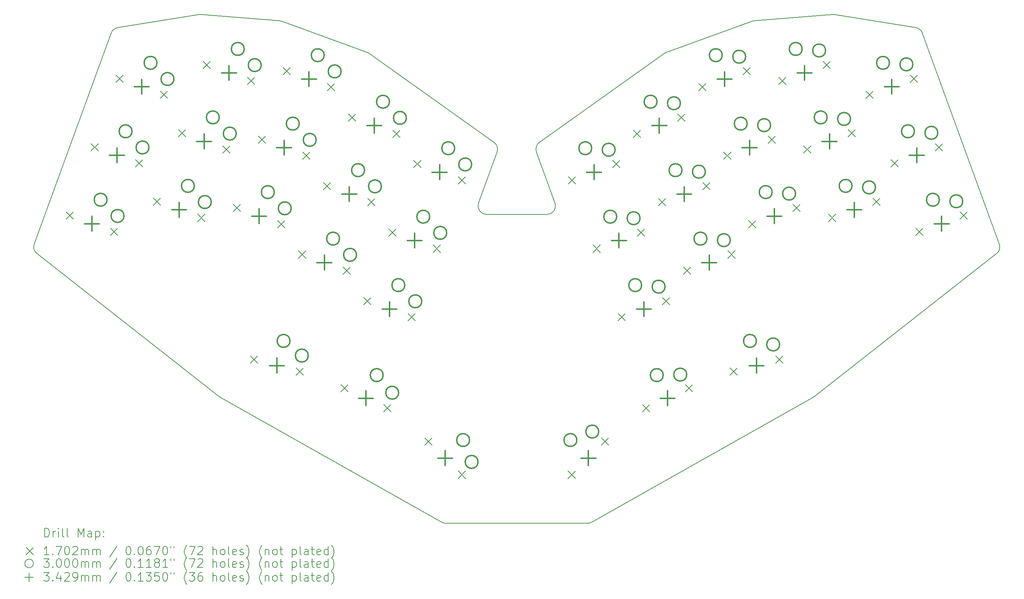
<source format=gbr>
%TF.GenerationSoftware,KiCad,Pcbnew,8.0.1*%
%TF.CreationDate,2024-04-14T13:59:20+09:00*%
%TF.ProjectId,lazyboy36,6c617a79-626f-4793-9336-2e6b69636164,v1.0.0*%
%TF.SameCoordinates,Original*%
%TF.FileFunction,Drillmap*%
%TF.FilePolarity,Positive*%
%FSLAX45Y45*%
G04 Gerber Fmt 4.5, Leading zero omitted, Abs format (unit mm)*
G04 Created by KiCad (PCBNEW 8.0.1) date 2024-04-14 13:59:20*
%MOMM*%
%LPD*%
G01*
G04 APERTURE LIST*
%ADD10C,0.150000*%
%ADD11C,0.200000*%
%ADD12C,0.170180*%
%ADD13C,0.300000*%
%ADD14C,0.342900*%
G04 APERTURE END LIST*
D10*
X17228151Y-19973355D02*
X13920996Y-19973357D01*
X24869697Y-8406959D02*
G75*
G02*
X25026162Y-8536061I-31467J-197501D01*
G01*
X26817430Y-13457536D02*
G75*
G02*
X26752947Y-13683290I-187940J-68404D01*
G01*
X6122987Y-8536062D02*
G75*
G02*
X6279449Y-8406958I187943J-68408D01*
G01*
X8640805Y-17013595D02*
X4396199Y-13683289D01*
X14871552Y-12768099D02*
G75*
G02*
X14683604Y-12499692I-12J199999D01*
G01*
X16465533Y-12499695D02*
X16033783Y-11313471D01*
X4396199Y-13683291D02*
G75*
G02*
X4331718Y-13457538I123431J157341D01*
G01*
X16465532Y-12499695D02*
G75*
G02*
X16277594Y-12768091I-187943J-68395D01*
G01*
X12148670Y-9015496D02*
X15043634Y-11082292D01*
X6279449Y-8406958D02*
X8173272Y-8105156D01*
X13920996Y-19973357D02*
G75*
G02*
X13822523Y-19947432I4J199997D01*
G01*
X13822522Y-19947434D02*
X8665787Y-17030323D01*
X16033783Y-11313471D02*
G75*
G02*
X16105513Y-11082293I187947J68401D01*
G01*
X22508342Y-17013596D02*
G75*
G02*
X22483359Y-17030323I-123392J157266D01*
G01*
X8173272Y-8105156D02*
G75*
G02*
X8220356Y-8103274I31468J-197404D01*
G01*
X22483360Y-17030324D02*
X17326624Y-19947432D01*
X21117166Y-8245085D02*
X22928792Y-8103274D01*
X25026159Y-8536062D02*
X26817431Y-13457537D01*
X8665787Y-17030323D02*
G75*
G02*
X8640806Y-17013595I98543J174173D01*
G01*
X14871552Y-12768099D02*
X16277594Y-12768099D01*
X19000477Y-9015497D02*
G75*
G02*
X19048281Y-8990333I116214J-162783D01*
G01*
X22928792Y-8103275D02*
G75*
G02*
X22975874Y-8105155I15608J-199575D01*
G01*
X15043634Y-11082292D02*
G75*
G02*
X15115365Y-11313472I-116214J-162778D01*
G01*
X17326624Y-19947432D02*
G75*
G02*
X17228151Y-19973357I-98474J174062D01*
G01*
X26752947Y-13683291D02*
X22508342Y-17013596D01*
X15115363Y-11313471D02*
X14683613Y-12499696D01*
X8220356Y-8103274D02*
X10031981Y-8245085D01*
X16105512Y-11082292D02*
X19000476Y-9015497D01*
X10031981Y-8245085D02*
G75*
G02*
X10084777Y-8256536I-15601J-199375D01*
G01*
X21064369Y-8256537D02*
G75*
G02*
X21117166Y-8245085I68401J-187913D01*
G01*
X10084777Y-8256536D02*
X12100866Y-8990333D01*
X12100866Y-8990333D02*
G75*
G02*
X12148670Y-9015497I-68436J-187997D01*
G01*
X22975874Y-8105155D02*
X24869695Y-8406959D01*
X19048281Y-8990333D02*
X21064369Y-8256537D01*
X4331717Y-13457537D02*
X6122987Y-8536062D01*
D11*
D12*
X5072987Y-12710133D02*
X5243167Y-12880313D01*
X5243167Y-12710133D02*
X5072987Y-12880313D01*
X5654421Y-11112654D02*
X5824601Y-11282834D01*
X5824601Y-11112654D02*
X5654421Y-11282834D01*
X6106648Y-13086355D02*
X6276828Y-13256535D01*
X6276828Y-13086355D02*
X6106648Y-13256535D01*
X6235856Y-9515177D02*
X6406036Y-9685357D01*
X6406036Y-9515177D02*
X6235856Y-9685357D01*
X6688082Y-11488876D02*
X6858262Y-11659056D01*
X6858262Y-11488876D02*
X6688082Y-11659056D01*
X7106454Y-12386076D02*
X7276634Y-12556256D01*
X7276634Y-12386076D02*
X7106454Y-12556256D01*
X7269518Y-9891400D02*
X7439698Y-10061580D01*
X7439698Y-9891400D02*
X7269518Y-10061580D01*
X7687888Y-10788598D02*
X7858068Y-10958778D01*
X7858068Y-10788598D02*
X7687888Y-10958778D01*
X8140115Y-12762298D02*
X8310295Y-12932478D01*
X8310295Y-12762298D02*
X8140115Y-12932478D01*
X8269322Y-9191121D02*
X8439502Y-9361301D01*
X8439502Y-9191121D02*
X8269322Y-9361301D01*
X8721550Y-11164821D02*
X8891730Y-11335000D01*
X8891730Y-11164821D02*
X8721550Y-11335000D01*
X8968911Y-12531865D02*
X9139091Y-12702045D01*
X9139091Y-12531865D02*
X8968911Y-12702045D01*
X9302984Y-9567343D02*
X9473164Y-9737523D01*
X9473164Y-9567343D02*
X9302984Y-9737523D01*
X9370594Y-16065939D02*
X9540774Y-16236119D01*
X9540774Y-16065939D02*
X9370594Y-16236119D01*
X9550345Y-10934389D02*
X9720525Y-11104569D01*
X9720525Y-10934389D02*
X9550345Y-11104569D01*
X10002573Y-12908087D02*
X10172753Y-13078267D01*
X10172753Y-12908087D02*
X10002573Y-13078267D01*
X10131779Y-9336910D02*
X10301959Y-9507090D01*
X10301959Y-9336910D02*
X10131779Y-9507090D01*
X10433113Y-16350640D02*
X10603293Y-16520820D01*
X10603293Y-16350640D02*
X10433113Y-16520820D01*
X10489347Y-13617348D02*
X10659527Y-13787528D01*
X10659527Y-13617348D02*
X10489347Y-13787528D01*
X10584006Y-11310611D02*
X10754186Y-11480791D01*
X10754186Y-11310611D02*
X10584006Y-11480791D01*
X11070781Y-12019870D02*
X11240961Y-12190050D01*
X11240961Y-12019870D02*
X11070781Y-12190050D01*
X11165441Y-9713132D02*
X11335621Y-9883312D01*
X11335621Y-9713132D02*
X11165441Y-9883312D01*
X11476658Y-16738436D02*
X11646838Y-16908616D01*
X11646838Y-16738436D02*
X11476658Y-16908616D01*
X11523009Y-13993570D02*
X11693189Y-14163750D01*
X11693189Y-13993570D02*
X11523009Y-14163750D01*
X11652216Y-10422393D02*
X11822396Y-10592573D01*
X11822396Y-10422393D02*
X11652216Y-10592573D01*
X12009784Y-14702831D02*
X12179964Y-14873011D01*
X12179964Y-14702831D02*
X12009784Y-14873011D01*
X12104443Y-12396092D02*
X12274623Y-12566272D01*
X12274623Y-12396092D02*
X12104443Y-12566272D01*
X12473596Y-17203317D02*
X12643776Y-17373497D01*
X12643776Y-17203317D02*
X12473596Y-17373497D01*
X12591218Y-13105352D02*
X12761398Y-13275532D01*
X12761398Y-13105352D02*
X12591218Y-13275532D01*
X12685878Y-10798615D02*
X12856058Y-10968795D01*
X12856058Y-10798615D02*
X12685878Y-10968795D01*
X13043446Y-15079053D02*
X13213626Y-15249233D01*
X13213626Y-15079053D02*
X13043446Y-15249233D01*
X13172652Y-11507876D02*
X13342832Y-11678056D01*
X13342832Y-11507876D02*
X13172652Y-11678056D01*
X13429704Y-17979078D02*
X13599884Y-18149258D01*
X13599884Y-17979078D02*
X13429704Y-18149258D01*
X13624880Y-13481574D02*
X13795060Y-13651754D01*
X13795060Y-13481574D02*
X13624880Y-13651754D01*
X14206314Y-11884098D02*
X14376494Y-12054278D01*
X14376494Y-11884098D02*
X14206314Y-12054278D01*
X14207521Y-18756895D02*
X14377701Y-18927075D01*
X14377701Y-18756895D02*
X14207521Y-18927075D01*
X16771445Y-18756895D02*
X16941625Y-18927075D01*
X16941625Y-18756895D02*
X16771445Y-18927075D01*
X16772652Y-11884097D02*
X16942832Y-12054277D01*
X16942832Y-11884097D02*
X16772652Y-12054277D01*
X17354086Y-13481576D02*
X17524266Y-13651756D01*
X17524266Y-13481576D02*
X17354086Y-13651756D01*
X17549263Y-17979078D02*
X17719443Y-18149258D01*
X17719443Y-17979078D02*
X17549263Y-18149258D01*
X17806314Y-11507875D02*
X17976494Y-11678055D01*
X17976494Y-11507875D02*
X17806314Y-11678055D01*
X17935520Y-15079054D02*
X18105700Y-15249234D01*
X18105700Y-15079054D02*
X17935520Y-15249234D01*
X18293089Y-10798615D02*
X18463269Y-10968795D01*
X18463269Y-10798615D02*
X18293089Y-10968795D01*
X18387748Y-13105355D02*
X18557928Y-13275535D01*
X18557928Y-13105355D02*
X18387748Y-13275535D01*
X18505371Y-17203317D02*
X18675551Y-17373497D01*
X18675551Y-17203317D02*
X18505371Y-17373497D01*
X18874523Y-12396093D02*
X19044703Y-12566273D01*
X19044703Y-12396093D02*
X18874523Y-12566273D01*
X18969182Y-14702832D02*
X19139362Y-14873012D01*
X19139362Y-14702832D02*
X18969182Y-14873012D01*
X19326751Y-10422393D02*
X19496931Y-10592573D01*
X19496931Y-10422393D02*
X19326751Y-10592573D01*
X19455957Y-13993571D02*
X19626137Y-14163751D01*
X19626137Y-13993571D02*
X19455957Y-14163751D01*
X19502309Y-16738437D02*
X19672489Y-16908617D01*
X19672489Y-16738437D02*
X19502309Y-16908617D01*
X19813526Y-9713133D02*
X19983706Y-9883313D01*
X19983706Y-9713133D02*
X19813526Y-9883313D01*
X19908185Y-12019872D02*
X20078365Y-12190052D01*
X20078365Y-12019872D02*
X19908185Y-12190052D01*
X20394959Y-11310610D02*
X20565139Y-11480790D01*
X20565139Y-11310610D02*
X20394959Y-11480790D01*
X20489619Y-13617349D02*
X20659799Y-13787529D01*
X20659799Y-13617349D02*
X20489619Y-13787529D01*
X20545854Y-16350640D02*
X20716034Y-16520820D01*
X20716034Y-16350640D02*
X20545854Y-16520820D01*
X20847188Y-9336911D02*
X21017368Y-9507091D01*
X21017368Y-9336911D02*
X20847188Y-9507091D01*
X20976394Y-12908087D02*
X21146574Y-13078267D01*
X21146574Y-12908087D02*
X20976394Y-13078267D01*
X21428621Y-10934388D02*
X21598801Y-11104568D01*
X21598801Y-10934388D02*
X21428621Y-11104568D01*
X21608372Y-16065940D02*
X21778552Y-16236120D01*
X21778552Y-16065940D02*
X21608372Y-16236120D01*
X21675982Y-9567342D02*
X21846162Y-9737522D01*
X21846162Y-9567342D02*
X21675982Y-9737522D01*
X22010056Y-12531865D02*
X22180236Y-12702045D01*
X22180236Y-12531865D02*
X22010056Y-12702045D01*
X22257417Y-11164821D02*
X22427597Y-11335000D01*
X22427597Y-11164821D02*
X22257417Y-11335000D01*
X22709644Y-9191120D02*
X22879824Y-9361300D01*
X22879824Y-9191120D02*
X22709644Y-9361300D01*
X22838851Y-12762298D02*
X23009031Y-12932478D01*
X23009031Y-12762298D02*
X22838851Y-12932478D01*
X23291080Y-10788599D02*
X23461260Y-10958779D01*
X23461260Y-10788599D02*
X23291080Y-10958779D01*
X23709448Y-9891399D02*
X23879628Y-10061579D01*
X23879628Y-9891399D02*
X23709448Y-10061579D01*
X23872513Y-12386076D02*
X24042693Y-12556256D01*
X24042693Y-12386076D02*
X23872513Y-12556256D01*
X24290883Y-11488876D02*
X24461063Y-11659056D01*
X24461063Y-11488876D02*
X24290883Y-11659056D01*
X24743111Y-9515178D02*
X24913291Y-9685358D01*
X24913291Y-9515178D02*
X24743111Y-9685358D01*
X24872318Y-13086355D02*
X25042498Y-13256535D01*
X25042498Y-13086355D02*
X24872318Y-13256535D01*
X25324545Y-11112654D02*
X25494725Y-11282834D01*
X25494725Y-11112654D02*
X25324545Y-11282834D01*
X25905980Y-12710133D02*
X26076160Y-12880313D01*
X26076160Y-12710133D02*
X25905980Y-12880313D01*
D13*
X6028410Y-12424217D02*
G75*
G02*
X5728410Y-12424217I-150000J0D01*
G01*
X5728410Y-12424217D02*
G75*
G02*
X6028410Y-12424217I150000J0D01*
G01*
X6423012Y-12801959D02*
G75*
G02*
X6123012Y-12801959I-150000J0D01*
G01*
X6123012Y-12801959D02*
G75*
G02*
X6423012Y-12801959I150000J0D01*
G01*
X6609844Y-10826738D02*
G75*
G02*
X6309844Y-10826738I-150000J0D01*
G01*
X6309844Y-10826738D02*
G75*
G02*
X6609844Y-10826738I150000J0D01*
G01*
X7004446Y-11204480D02*
G75*
G02*
X6704446Y-11204480I-150000J0D01*
G01*
X6704446Y-11204480D02*
G75*
G02*
X7004446Y-11204480I150000J0D01*
G01*
X7191279Y-9229262D02*
G75*
G02*
X6891279Y-9229262I-150000J0D01*
G01*
X6891279Y-9229262D02*
G75*
G02*
X7191279Y-9229262I150000J0D01*
G01*
X7585881Y-9607004D02*
G75*
G02*
X7285881Y-9607004I-150000J0D01*
G01*
X7285881Y-9607004D02*
G75*
G02*
X7585881Y-9607004I150000J0D01*
G01*
X8061877Y-12100160D02*
G75*
G02*
X7761877Y-12100160I-150000J0D01*
G01*
X7761877Y-12100160D02*
G75*
G02*
X8061877Y-12100160I150000J0D01*
G01*
X8456479Y-12477903D02*
G75*
G02*
X8156479Y-12477903I-150000J0D01*
G01*
X8156479Y-12477903D02*
G75*
G02*
X8456479Y-12477903I150000J0D01*
G01*
X8643312Y-10502682D02*
G75*
G02*
X8343312Y-10502682I-150000J0D01*
G01*
X8343312Y-10502682D02*
G75*
G02*
X8643312Y-10502682I150000J0D01*
G01*
X9037914Y-10880425D02*
G75*
G02*
X8737914Y-10880425I-150000J0D01*
G01*
X8737914Y-10880425D02*
G75*
G02*
X9037914Y-10880425I150000J0D01*
G01*
X9224746Y-8905205D02*
G75*
G02*
X8924746Y-8905205I-150000J0D01*
G01*
X8924746Y-8905205D02*
G75*
G02*
X9224746Y-8905205I150000J0D01*
G01*
X9619348Y-9282947D02*
G75*
G02*
X9319348Y-9282947I-150000J0D01*
G01*
X9319348Y-9282947D02*
G75*
G02*
X9619348Y-9282947I150000J0D01*
G01*
X9924334Y-12245949D02*
G75*
G02*
X9624334Y-12245949I-150000J0D01*
G01*
X9624334Y-12245949D02*
G75*
G02*
X9924334Y-12245949I150000J0D01*
G01*
X10290941Y-15718654D02*
G75*
G02*
X9990941Y-15718654I-150000J0D01*
G01*
X9990941Y-15718654D02*
G75*
G02*
X10290941Y-15718654I150000J0D01*
G01*
X10318936Y-12623691D02*
G75*
G02*
X10018936Y-12623691I-150000J0D01*
G01*
X10018936Y-12623691D02*
G75*
G02*
X10318936Y-12623691I150000J0D01*
G01*
X10505768Y-10648473D02*
G75*
G02*
X10205768Y-10648473I-150000J0D01*
G01*
X10205768Y-10648473D02*
G75*
G02*
X10505768Y-10648473I150000J0D01*
G01*
X10716964Y-16060567D02*
G75*
G02*
X10416964Y-16060567I-150000J0D01*
G01*
X10416964Y-16060567D02*
G75*
G02*
X10716964Y-16060567I150000J0D01*
G01*
X10900370Y-11026215D02*
G75*
G02*
X10600370Y-11026215I-150000J0D01*
G01*
X10600370Y-11026215D02*
G75*
G02*
X10900370Y-11026215I150000J0D01*
G01*
X11087202Y-9050994D02*
G75*
G02*
X10787202Y-9050994I-150000J0D01*
G01*
X10787202Y-9050994D02*
G75*
G02*
X11087202Y-9050994I150000J0D01*
G01*
X11444770Y-13331432D02*
G75*
G02*
X11144771Y-13331432I-150000J0D01*
G01*
X11144771Y-13331432D02*
G75*
G02*
X11444770Y-13331432I150000J0D01*
G01*
X11481804Y-9428736D02*
G75*
G02*
X11181804Y-9428736I-150000J0D01*
G01*
X11181804Y-9428736D02*
G75*
G02*
X11481804Y-9428736I150000J0D01*
G01*
X11839372Y-13709174D02*
G75*
G02*
X11539372Y-13709174I-150000J0D01*
G01*
X11539372Y-13709174D02*
G75*
G02*
X11839372Y-13709174I150000J0D01*
G01*
X12026205Y-11733954D02*
G75*
G02*
X11726205Y-11733954I-150000J0D01*
G01*
X11726205Y-11733954D02*
G75*
G02*
X12026205Y-11733954I150000J0D01*
G01*
X12420806Y-12111697D02*
G75*
G02*
X12120806Y-12111697I-150000J0D01*
G01*
X12120806Y-12111697D02*
G75*
G02*
X12420806Y-12111697I150000J0D01*
G01*
X12461675Y-16516713D02*
G75*
G02*
X12161675Y-16516713I-150000J0D01*
G01*
X12161675Y-16516713D02*
G75*
G02*
X12461675Y-16516713I150000J0D01*
G01*
X12607639Y-10136477D02*
G75*
G02*
X12307639Y-10136477I-150000J0D01*
G01*
X12307639Y-10136477D02*
G75*
G02*
X12607639Y-10136477I150000J0D01*
G01*
X12821853Y-16927410D02*
G75*
G02*
X12521853Y-16927410I-150000J0D01*
G01*
X12521853Y-16927410D02*
G75*
G02*
X12821853Y-16927410I150000J0D01*
G01*
X12965207Y-14416915D02*
G75*
G02*
X12665207Y-14416915I-150000J0D01*
G01*
X12665207Y-14416915D02*
G75*
G02*
X12965207Y-14416915I150000J0D01*
G01*
X13002241Y-10514219D02*
G75*
G02*
X12702241Y-10514219I-150000J0D01*
G01*
X12702241Y-10514219D02*
G75*
G02*
X13002241Y-10514219I150000J0D01*
G01*
X13359809Y-14794657D02*
G75*
G02*
X13059809Y-14794657I-150000J0D01*
G01*
X13059809Y-14794657D02*
G75*
G02*
X13359809Y-14794657I150000J0D01*
G01*
X13546641Y-12819436D02*
G75*
G02*
X13246641Y-12819436I-150000J0D01*
G01*
X13246641Y-12819436D02*
G75*
G02*
X13546641Y-12819436I150000J0D01*
G01*
X13941243Y-13197179D02*
G75*
G02*
X13641243Y-13197179I-150000J0D01*
G01*
X13641243Y-13197179D02*
G75*
G02*
X13941243Y-13197179I150000J0D01*
G01*
X14128075Y-11221960D02*
G75*
G02*
X13828075Y-11221960I-150000J0D01*
G01*
X13828075Y-11221960D02*
G75*
G02*
X14128075Y-11221960I150000J0D01*
G01*
X14474431Y-18032348D02*
G75*
G02*
X14174431Y-18032348I-150000J0D01*
G01*
X14174431Y-18032348D02*
G75*
G02*
X14474431Y-18032348I150000J0D01*
G01*
X14522677Y-11599702D02*
G75*
G02*
X14222677Y-11599702I-150000J0D01*
G01*
X14222677Y-11599702D02*
G75*
G02*
X14522677Y-11599702I150000J0D01*
G01*
X14672421Y-18541465D02*
G75*
G02*
X14372421Y-18541465I-150000J0D01*
G01*
X14372421Y-18541465D02*
G75*
G02*
X14672421Y-18541465I150000J0D01*
G01*
X16974715Y-18032348D02*
G75*
G02*
X16674715Y-18032348I-150000J0D01*
G01*
X16674715Y-18032348D02*
G75*
G02*
X16974715Y-18032348I150000J0D01*
G01*
X17321071Y-11221959D02*
G75*
G02*
X17021071Y-11221959I-150000J0D01*
G01*
X17021071Y-11221959D02*
G75*
G02*
X17321071Y-11221959I150000J0D01*
G01*
X17483833Y-17834358D02*
G75*
G02*
X17183833Y-17834358I-150000J0D01*
G01*
X17183833Y-17834358D02*
G75*
G02*
X17483833Y-17834358I150000J0D01*
G01*
X17866162Y-11257681D02*
G75*
G02*
X17566162Y-11257681I-150000J0D01*
G01*
X17566162Y-11257681D02*
G75*
G02*
X17866162Y-11257681I150000J0D01*
G01*
X17902505Y-12819438D02*
G75*
G02*
X17602505Y-12819438I-150000J0D01*
G01*
X17602505Y-12819438D02*
G75*
G02*
X17902505Y-12819438I150000J0D01*
G01*
X18447596Y-12855161D02*
G75*
G02*
X18147596Y-12855161I-150000J0D01*
G01*
X18147596Y-12855161D02*
G75*
G02*
X18447596Y-12855161I150000J0D01*
G01*
X18483938Y-14416916D02*
G75*
G02*
X18183938Y-14416916I-150000J0D01*
G01*
X18183938Y-14416916D02*
G75*
G02*
X18483938Y-14416916I150000J0D01*
G01*
X18841508Y-10136477D02*
G75*
G02*
X18541508Y-10136477I-150000J0D01*
G01*
X18541508Y-10136477D02*
G75*
G02*
X18841508Y-10136477I150000J0D01*
G01*
X18987471Y-16516714D02*
G75*
G02*
X18687471Y-16516714I-150000J0D01*
G01*
X18687471Y-16516714D02*
G75*
G02*
X18987471Y-16516714I150000J0D01*
G01*
X19029030Y-14452638D02*
G75*
G02*
X18729030Y-14452638I-150000J0D01*
G01*
X18729030Y-14452638D02*
G75*
G02*
X19029030Y-14452638I150000J0D01*
G01*
X19386599Y-10172199D02*
G75*
G02*
X19086599Y-10172199I-150000J0D01*
G01*
X19086599Y-10172199D02*
G75*
G02*
X19386599Y-10172199I150000J0D01*
G01*
X19422941Y-11733956D02*
G75*
G02*
X19122941Y-11733956I-150000J0D01*
G01*
X19122941Y-11733956D02*
G75*
G02*
X19422941Y-11733956I150000J0D01*
G01*
X19533602Y-16504792D02*
G75*
G02*
X19233602Y-16504792I-150000J0D01*
G01*
X19233602Y-16504792D02*
G75*
G02*
X19533602Y-16504792I150000J0D01*
G01*
X19968033Y-11769678D02*
G75*
G02*
X19668033Y-11769678I-150000J0D01*
G01*
X19668033Y-11769678D02*
G75*
G02*
X19968033Y-11769678I150000J0D01*
G01*
X20004376Y-13331433D02*
G75*
G02*
X19704376Y-13331433I-150000J0D01*
G01*
X19704376Y-13331433D02*
G75*
G02*
X20004376Y-13331433I150000J0D01*
G01*
X20361945Y-9050995D02*
G75*
G02*
X20061945Y-9050995I-150000J0D01*
G01*
X20061945Y-9050995D02*
G75*
G02*
X20361945Y-9050995I150000J0D01*
G01*
X20549467Y-13367155D02*
G75*
G02*
X20249467Y-13367155I-150000J0D01*
G01*
X20249467Y-13367155D02*
G75*
G02*
X20549467Y-13367155I150000J0D01*
G01*
X20907036Y-9086717D02*
G75*
G02*
X20607036Y-9086717I-150000J0D01*
G01*
X20607036Y-9086717D02*
G75*
G02*
X20907036Y-9086717I150000J0D01*
G01*
X20943378Y-10648472D02*
G75*
G02*
X20643378Y-10648472I-150000J0D01*
G01*
X20643378Y-10648472D02*
G75*
G02*
X20943378Y-10648472I150000J0D01*
G01*
X21158206Y-15718654D02*
G75*
G02*
X20858206Y-15718654I-150000J0D01*
G01*
X20858206Y-15718654D02*
G75*
G02*
X21158206Y-15718654I150000J0D01*
G01*
X21488469Y-10684194D02*
G75*
G02*
X21188469Y-10684194I-150000J0D01*
G01*
X21188469Y-10684194D02*
G75*
G02*
X21488469Y-10684194I150000J0D01*
G01*
X21524813Y-12245949D02*
G75*
G02*
X21224813Y-12245949I-150000J0D01*
G01*
X21224813Y-12245949D02*
G75*
G02*
X21524813Y-12245949I150000J0D01*
G01*
X21698109Y-15801748D02*
G75*
G02*
X21398109Y-15801748I-150000J0D01*
G01*
X21398109Y-15801748D02*
G75*
G02*
X21698109Y-15801748I150000J0D01*
G01*
X22069904Y-12281671D02*
G75*
G02*
X21769904Y-12281671I-150000J0D01*
G01*
X21769904Y-12281671D02*
G75*
G02*
X22069904Y-12281671I150000J0D01*
G01*
X22224401Y-8905204D02*
G75*
G02*
X21924401Y-8905204I-150000J0D01*
G01*
X21924401Y-8905204D02*
G75*
G02*
X22224401Y-8905204I150000J0D01*
G01*
X22769492Y-8940926D02*
G75*
G02*
X22469492Y-8940926I-150000J0D01*
G01*
X22469492Y-8940926D02*
G75*
G02*
X22769492Y-8940926I150000J0D01*
G01*
X22805836Y-10502683D02*
G75*
G02*
X22505836Y-10502683I-150000J0D01*
G01*
X22505836Y-10502683D02*
G75*
G02*
X22805836Y-10502683I150000J0D01*
G01*
X23350927Y-10538405D02*
G75*
G02*
X23050927Y-10538405I-150000J0D01*
G01*
X23050927Y-10538405D02*
G75*
G02*
X23350927Y-10538405I150000J0D01*
G01*
X23387270Y-12100160D02*
G75*
G02*
X23087270Y-12100160I-150000J0D01*
G01*
X23087270Y-12100160D02*
G75*
G02*
X23387270Y-12100160I150000J0D01*
G01*
X23932361Y-12135882D02*
G75*
G02*
X23632361Y-12135882I-150000J0D01*
G01*
X23632361Y-12135882D02*
G75*
G02*
X23932361Y-12135882I150000J0D01*
G01*
X24257867Y-9229261D02*
G75*
G02*
X23957867Y-9229261I-150000J0D01*
G01*
X23957867Y-9229261D02*
G75*
G02*
X24257867Y-9229261I150000J0D01*
G01*
X24802959Y-9264984D02*
G75*
G02*
X24502959Y-9264984I-150000J0D01*
G01*
X24502959Y-9264984D02*
G75*
G02*
X24802959Y-9264984I150000J0D01*
G01*
X24839302Y-10826738D02*
G75*
G02*
X24539302Y-10826738I-150000J0D01*
G01*
X24539302Y-10826738D02*
G75*
G02*
X24839302Y-10826738I150000J0D01*
G01*
X25384393Y-10862460D02*
G75*
G02*
X25084393Y-10862460I-150000J0D01*
G01*
X25084393Y-10862460D02*
G75*
G02*
X25384393Y-10862460I150000J0D01*
G01*
X25420736Y-12424217D02*
G75*
G02*
X25120736Y-12424217I-150000J0D01*
G01*
X25120736Y-12424217D02*
G75*
G02*
X25420736Y-12424217I150000J0D01*
G01*
X25965828Y-12459939D02*
G75*
G02*
X25665828Y-12459939I-150000J0D01*
G01*
X25665828Y-12459939D02*
G75*
G02*
X25965828Y-12459939I150000J0D01*
G01*
D14*
X5674907Y-12811884D02*
X5674907Y-13154784D01*
X5503457Y-12983334D02*
X5846357Y-12983334D01*
X6256342Y-11214405D02*
X6256342Y-11557305D01*
X6084892Y-11385855D02*
X6427792Y-11385855D01*
X6837777Y-9616929D02*
X6837777Y-9959829D01*
X6666327Y-9788379D02*
X7009227Y-9788379D01*
X7708375Y-12487827D02*
X7708375Y-12830727D01*
X7536925Y-12659277D02*
X7879825Y-12659277D01*
X8289809Y-10890349D02*
X8289809Y-11233249D01*
X8118359Y-11061799D02*
X8461259Y-11061799D01*
X8871243Y-9292872D02*
X8871243Y-9635772D01*
X8699793Y-9464322D02*
X9042693Y-9464322D01*
X9570832Y-12633616D02*
X9570832Y-12976516D01*
X9399382Y-12805066D02*
X9742282Y-12805066D01*
X9986944Y-16121929D02*
X9986944Y-16464829D01*
X9815494Y-16293379D02*
X10158394Y-16293379D01*
X10152266Y-11036140D02*
X10152266Y-11379040D01*
X9980816Y-11207590D02*
X10323716Y-11207590D01*
X10733700Y-9438661D02*
X10733700Y-9781561D01*
X10562250Y-9610111D02*
X10905150Y-9610111D01*
X11091268Y-13719099D02*
X11091268Y-14061999D01*
X10919818Y-13890549D02*
X11262718Y-13890549D01*
X11672702Y-12121621D02*
X11672702Y-12464521D01*
X11501252Y-12293071D02*
X11844152Y-12293071D01*
X12060217Y-16884517D02*
X12060217Y-17227417D01*
X11888767Y-17055967D02*
X12231667Y-17055967D01*
X12254137Y-10524144D02*
X12254137Y-10867044D01*
X12082687Y-10695594D02*
X12425587Y-10695594D01*
X12611705Y-14804582D02*
X12611705Y-15147482D01*
X12440255Y-14976032D02*
X12783155Y-14976032D01*
X13193139Y-13207103D02*
X13193139Y-13550003D01*
X13021689Y-13378553D02*
X13364589Y-13378553D01*
X13774573Y-11609627D02*
X13774573Y-11952527D01*
X13603123Y-11781077D02*
X13946023Y-11781077D01*
X13903702Y-18281627D02*
X13903702Y-18624527D01*
X13732252Y-18453077D02*
X14075152Y-18453077D01*
X17245444Y-18281627D02*
X17245444Y-18624527D01*
X17073994Y-18453077D02*
X17416894Y-18453077D01*
X17374573Y-11609626D02*
X17374573Y-11952526D01*
X17203123Y-11781076D02*
X17546023Y-11781076D01*
X17956007Y-13207105D02*
X17956007Y-13550005D01*
X17784557Y-13378555D02*
X18127457Y-13378555D01*
X18537441Y-14804583D02*
X18537441Y-15147483D01*
X18365991Y-14976033D02*
X18708891Y-14976033D01*
X18895010Y-10524144D02*
X18895010Y-10867044D01*
X18723560Y-10695594D02*
X19066460Y-10695594D01*
X19088930Y-16884517D02*
X19088930Y-17227417D01*
X18917480Y-17055967D02*
X19260380Y-17055967D01*
X19476444Y-12121623D02*
X19476444Y-12464523D01*
X19304994Y-12293073D02*
X19647894Y-12293073D01*
X20057878Y-13719100D02*
X20057878Y-14062000D01*
X19886428Y-13890550D02*
X20229328Y-13890550D01*
X20415447Y-9438662D02*
X20415447Y-9781562D01*
X20243997Y-9610112D02*
X20586897Y-9610112D01*
X20996880Y-11036139D02*
X20996880Y-11379039D01*
X20825430Y-11207589D02*
X21168330Y-11207589D01*
X21162203Y-16121930D02*
X21162203Y-16464830D01*
X20990753Y-16293380D02*
X21333653Y-16293380D01*
X21578315Y-12633616D02*
X21578315Y-12976516D01*
X21406865Y-12805066D02*
X21749765Y-12805066D01*
X22277903Y-9292871D02*
X22277903Y-9635771D01*
X22106453Y-9464321D02*
X22449353Y-9464321D01*
X22859338Y-10890350D02*
X22859338Y-11233250D01*
X22687888Y-11061800D02*
X23030788Y-11061800D01*
X23440772Y-12487827D02*
X23440772Y-12830727D01*
X23269322Y-12659277D02*
X23612222Y-12659277D01*
X24311370Y-9616928D02*
X24311370Y-9959828D01*
X24139920Y-9788378D02*
X24482820Y-9788378D01*
X24892804Y-11214405D02*
X24892804Y-11557305D01*
X24721354Y-11385855D02*
X25064254Y-11385855D01*
X25474239Y-12811884D02*
X25474239Y-13154784D01*
X25302789Y-12983334D02*
X25645689Y-12983334D01*
D11*
X4572929Y-20292341D02*
X4572929Y-20092341D01*
X4572929Y-20092341D02*
X4620548Y-20092341D01*
X4620548Y-20092341D02*
X4649119Y-20101865D01*
X4649119Y-20101865D02*
X4668167Y-20120912D01*
X4668167Y-20120912D02*
X4677690Y-20139960D01*
X4677690Y-20139960D02*
X4687214Y-20178055D01*
X4687214Y-20178055D02*
X4687214Y-20206626D01*
X4687214Y-20206626D02*
X4677690Y-20244722D01*
X4677690Y-20244722D02*
X4668167Y-20263769D01*
X4668167Y-20263769D02*
X4649119Y-20282817D01*
X4649119Y-20282817D02*
X4620548Y-20292341D01*
X4620548Y-20292341D02*
X4572929Y-20292341D01*
X4772929Y-20292341D02*
X4772929Y-20159007D01*
X4772929Y-20197103D02*
X4782452Y-20178055D01*
X4782452Y-20178055D02*
X4791976Y-20168531D01*
X4791976Y-20168531D02*
X4811024Y-20159007D01*
X4811024Y-20159007D02*
X4830071Y-20159007D01*
X4896738Y-20292341D02*
X4896738Y-20159007D01*
X4896738Y-20092341D02*
X4887214Y-20101865D01*
X4887214Y-20101865D02*
X4896738Y-20111388D01*
X4896738Y-20111388D02*
X4906262Y-20101865D01*
X4906262Y-20101865D02*
X4896738Y-20092341D01*
X4896738Y-20092341D02*
X4896738Y-20111388D01*
X5020548Y-20292341D02*
X5001500Y-20282817D01*
X5001500Y-20282817D02*
X4991976Y-20263769D01*
X4991976Y-20263769D02*
X4991976Y-20092341D01*
X5125309Y-20292341D02*
X5106262Y-20282817D01*
X5106262Y-20282817D02*
X5096738Y-20263769D01*
X5096738Y-20263769D02*
X5096738Y-20092341D01*
X5353881Y-20292341D02*
X5353881Y-20092341D01*
X5353881Y-20092341D02*
X5420548Y-20235198D01*
X5420548Y-20235198D02*
X5487214Y-20092341D01*
X5487214Y-20092341D02*
X5487214Y-20292341D01*
X5668167Y-20292341D02*
X5668167Y-20187579D01*
X5668167Y-20187579D02*
X5658643Y-20168531D01*
X5658643Y-20168531D02*
X5639595Y-20159007D01*
X5639595Y-20159007D02*
X5601500Y-20159007D01*
X5601500Y-20159007D02*
X5582452Y-20168531D01*
X5668167Y-20282817D02*
X5649119Y-20292341D01*
X5649119Y-20292341D02*
X5601500Y-20292341D01*
X5601500Y-20292341D02*
X5582452Y-20282817D01*
X5582452Y-20282817D02*
X5572929Y-20263769D01*
X5572929Y-20263769D02*
X5572929Y-20244722D01*
X5572929Y-20244722D02*
X5582452Y-20225674D01*
X5582452Y-20225674D02*
X5601500Y-20216150D01*
X5601500Y-20216150D02*
X5649119Y-20216150D01*
X5649119Y-20216150D02*
X5668167Y-20206626D01*
X5763405Y-20159007D02*
X5763405Y-20359007D01*
X5763405Y-20168531D02*
X5782452Y-20159007D01*
X5782452Y-20159007D02*
X5820548Y-20159007D01*
X5820548Y-20159007D02*
X5839595Y-20168531D01*
X5839595Y-20168531D02*
X5849119Y-20178055D01*
X5849119Y-20178055D02*
X5858643Y-20197103D01*
X5858643Y-20197103D02*
X5858643Y-20254245D01*
X5858643Y-20254245D02*
X5849119Y-20273293D01*
X5849119Y-20273293D02*
X5839595Y-20282817D01*
X5839595Y-20282817D02*
X5820548Y-20292341D01*
X5820548Y-20292341D02*
X5782452Y-20292341D01*
X5782452Y-20292341D02*
X5763405Y-20282817D01*
X5944357Y-20273293D02*
X5953881Y-20282817D01*
X5953881Y-20282817D02*
X5944357Y-20292341D01*
X5944357Y-20292341D02*
X5934833Y-20282817D01*
X5934833Y-20282817D02*
X5944357Y-20273293D01*
X5944357Y-20273293D02*
X5944357Y-20292341D01*
X5944357Y-20168531D02*
X5953881Y-20178055D01*
X5953881Y-20178055D02*
X5944357Y-20187579D01*
X5944357Y-20187579D02*
X5934833Y-20178055D01*
X5934833Y-20178055D02*
X5944357Y-20168531D01*
X5944357Y-20168531D02*
X5944357Y-20187579D01*
D12*
X4141972Y-20535767D02*
X4312152Y-20705947D01*
X4312152Y-20535767D02*
X4141972Y-20705947D01*
D11*
X4677690Y-20712341D02*
X4563405Y-20712341D01*
X4620548Y-20712341D02*
X4620548Y-20512341D01*
X4620548Y-20512341D02*
X4601500Y-20540912D01*
X4601500Y-20540912D02*
X4582452Y-20559960D01*
X4582452Y-20559960D02*
X4563405Y-20569484D01*
X4763405Y-20693293D02*
X4772929Y-20702817D01*
X4772929Y-20702817D02*
X4763405Y-20712341D01*
X4763405Y-20712341D02*
X4753881Y-20702817D01*
X4753881Y-20702817D02*
X4763405Y-20693293D01*
X4763405Y-20693293D02*
X4763405Y-20712341D01*
X4839595Y-20512341D02*
X4972929Y-20512341D01*
X4972929Y-20512341D02*
X4887214Y-20712341D01*
X5087214Y-20512341D02*
X5106262Y-20512341D01*
X5106262Y-20512341D02*
X5125310Y-20521865D01*
X5125310Y-20521865D02*
X5134833Y-20531388D01*
X5134833Y-20531388D02*
X5144357Y-20550436D01*
X5144357Y-20550436D02*
X5153881Y-20588531D01*
X5153881Y-20588531D02*
X5153881Y-20636150D01*
X5153881Y-20636150D02*
X5144357Y-20674245D01*
X5144357Y-20674245D02*
X5134833Y-20693293D01*
X5134833Y-20693293D02*
X5125310Y-20702817D01*
X5125310Y-20702817D02*
X5106262Y-20712341D01*
X5106262Y-20712341D02*
X5087214Y-20712341D01*
X5087214Y-20712341D02*
X5068167Y-20702817D01*
X5068167Y-20702817D02*
X5058643Y-20693293D01*
X5058643Y-20693293D02*
X5049119Y-20674245D01*
X5049119Y-20674245D02*
X5039595Y-20636150D01*
X5039595Y-20636150D02*
X5039595Y-20588531D01*
X5039595Y-20588531D02*
X5049119Y-20550436D01*
X5049119Y-20550436D02*
X5058643Y-20531388D01*
X5058643Y-20531388D02*
X5068167Y-20521865D01*
X5068167Y-20521865D02*
X5087214Y-20512341D01*
X5230071Y-20531388D02*
X5239595Y-20521865D01*
X5239595Y-20521865D02*
X5258643Y-20512341D01*
X5258643Y-20512341D02*
X5306262Y-20512341D01*
X5306262Y-20512341D02*
X5325310Y-20521865D01*
X5325310Y-20521865D02*
X5334833Y-20531388D01*
X5334833Y-20531388D02*
X5344357Y-20550436D01*
X5344357Y-20550436D02*
X5344357Y-20569484D01*
X5344357Y-20569484D02*
X5334833Y-20598055D01*
X5334833Y-20598055D02*
X5220548Y-20712341D01*
X5220548Y-20712341D02*
X5344357Y-20712341D01*
X5430071Y-20712341D02*
X5430071Y-20579007D01*
X5430071Y-20598055D02*
X5439595Y-20588531D01*
X5439595Y-20588531D02*
X5458643Y-20579007D01*
X5458643Y-20579007D02*
X5487214Y-20579007D01*
X5487214Y-20579007D02*
X5506262Y-20588531D01*
X5506262Y-20588531D02*
X5515786Y-20607579D01*
X5515786Y-20607579D02*
X5515786Y-20712341D01*
X5515786Y-20607579D02*
X5525310Y-20588531D01*
X5525310Y-20588531D02*
X5544357Y-20579007D01*
X5544357Y-20579007D02*
X5572929Y-20579007D01*
X5572929Y-20579007D02*
X5591976Y-20588531D01*
X5591976Y-20588531D02*
X5601500Y-20607579D01*
X5601500Y-20607579D02*
X5601500Y-20712341D01*
X5696738Y-20712341D02*
X5696738Y-20579007D01*
X5696738Y-20598055D02*
X5706262Y-20588531D01*
X5706262Y-20588531D02*
X5725309Y-20579007D01*
X5725309Y-20579007D02*
X5753881Y-20579007D01*
X5753881Y-20579007D02*
X5772929Y-20588531D01*
X5772929Y-20588531D02*
X5782452Y-20607579D01*
X5782452Y-20607579D02*
X5782452Y-20712341D01*
X5782452Y-20607579D02*
X5791976Y-20588531D01*
X5791976Y-20588531D02*
X5811024Y-20579007D01*
X5811024Y-20579007D02*
X5839595Y-20579007D01*
X5839595Y-20579007D02*
X5858643Y-20588531D01*
X5858643Y-20588531D02*
X5868167Y-20607579D01*
X5868167Y-20607579D02*
X5868167Y-20712341D01*
X6258643Y-20502817D02*
X6087214Y-20759960D01*
X6515786Y-20512341D02*
X6534833Y-20512341D01*
X6534833Y-20512341D02*
X6553881Y-20521865D01*
X6553881Y-20521865D02*
X6563405Y-20531388D01*
X6563405Y-20531388D02*
X6572929Y-20550436D01*
X6572929Y-20550436D02*
X6582452Y-20588531D01*
X6582452Y-20588531D02*
X6582452Y-20636150D01*
X6582452Y-20636150D02*
X6572929Y-20674245D01*
X6572929Y-20674245D02*
X6563405Y-20693293D01*
X6563405Y-20693293D02*
X6553881Y-20702817D01*
X6553881Y-20702817D02*
X6534833Y-20712341D01*
X6534833Y-20712341D02*
X6515786Y-20712341D01*
X6515786Y-20712341D02*
X6496738Y-20702817D01*
X6496738Y-20702817D02*
X6487214Y-20693293D01*
X6487214Y-20693293D02*
X6477691Y-20674245D01*
X6477691Y-20674245D02*
X6468167Y-20636150D01*
X6468167Y-20636150D02*
X6468167Y-20588531D01*
X6468167Y-20588531D02*
X6477691Y-20550436D01*
X6477691Y-20550436D02*
X6487214Y-20531388D01*
X6487214Y-20531388D02*
X6496738Y-20521865D01*
X6496738Y-20521865D02*
X6515786Y-20512341D01*
X6668167Y-20693293D02*
X6677691Y-20702817D01*
X6677691Y-20702817D02*
X6668167Y-20712341D01*
X6668167Y-20712341D02*
X6658643Y-20702817D01*
X6658643Y-20702817D02*
X6668167Y-20693293D01*
X6668167Y-20693293D02*
X6668167Y-20712341D01*
X6801500Y-20512341D02*
X6820548Y-20512341D01*
X6820548Y-20512341D02*
X6839595Y-20521865D01*
X6839595Y-20521865D02*
X6849119Y-20531388D01*
X6849119Y-20531388D02*
X6858643Y-20550436D01*
X6858643Y-20550436D02*
X6868167Y-20588531D01*
X6868167Y-20588531D02*
X6868167Y-20636150D01*
X6868167Y-20636150D02*
X6858643Y-20674245D01*
X6858643Y-20674245D02*
X6849119Y-20693293D01*
X6849119Y-20693293D02*
X6839595Y-20702817D01*
X6839595Y-20702817D02*
X6820548Y-20712341D01*
X6820548Y-20712341D02*
X6801500Y-20712341D01*
X6801500Y-20712341D02*
X6782452Y-20702817D01*
X6782452Y-20702817D02*
X6772929Y-20693293D01*
X6772929Y-20693293D02*
X6763405Y-20674245D01*
X6763405Y-20674245D02*
X6753881Y-20636150D01*
X6753881Y-20636150D02*
X6753881Y-20588531D01*
X6753881Y-20588531D02*
X6763405Y-20550436D01*
X6763405Y-20550436D02*
X6772929Y-20531388D01*
X6772929Y-20531388D02*
X6782452Y-20521865D01*
X6782452Y-20521865D02*
X6801500Y-20512341D01*
X7039595Y-20512341D02*
X7001500Y-20512341D01*
X7001500Y-20512341D02*
X6982452Y-20521865D01*
X6982452Y-20521865D02*
X6972929Y-20531388D01*
X6972929Y-20531388D02*
X6953881Y-20559960D01*
X6953881Y-20559960D02*
X6944357Y-20598055D01*
X6944357Y-20598055D02*
X6944357Y-20674245D01*
X6944357Y-20674245D02*
X6953881Y-20693293D01*
X6953881Y-20693293D02*
X6963405Y-20702817D01*
X6963405Y-20702817D02*
X6982452Y-20712341D01*
X6982452Y-20712341D02*
X7020548Y-20712341D01*
X7020548Y-20712341D02*
X7039595Y-20702817D01*
X7039595Y-20702817D02*
X7049119Y-20693293D01*
X7049119Y-20693293D02*
X7058643Y-20674245D01*
X7058643Y-20674245D02*
X7058643Y-20626626D01*
X7058643Y-20626626D02*
X7049119Y-20607579D01*
X7049119Y-20607579D02*
X7039595Y-20598055D01*
X7039595Y-20598055D02*
X7020548Y-20588531D01*
X7020548Y-20588531D02*
X6982452Y-20588531D01*
X6982452Y-20588531D02*
X6963405Y-20598055D01*
X6963405Y-20598055D02*
X6953881Y-20607579D01*
X6953881Y-20607579D02*
X6944357Y-20626626D01*
X7125310Y-20512341D02*
X7258643Y-20512341D01*
X7258643Y-20512341D02*
X7172929Y-20712341D01*
X7372929Y-20512341D02*
X7391976Y-20512341D01*
X7391976Y-20512341D02*
X7411024Y-20521865D01*
X7411024Y-20521865D02*
X7420548Y-20531388D01*
X7420548Y-20531388D02*
X7430072Y-20550436D01*
X7430072Y-20550436D02*
X7439595Y-20588531D01*
X7439595Y-20588531D02*
X7439595Y-20636150D01*
X7439595Y-20636150D02*
X7430072Y-20674245D01*
X7430072Y-20674245D02*
X7420548Y-20693293D01*
X7420548Y-20693293D02*
X7411024Y-20702817D01*
X7411024Y-20702817D02*
X7391976Y-20712341D01*
X7391976Y-20712341D02*
X7372929Y-20712341D01*
X7372929Y-20712341D02*
X7353881Y-20702817D01*
X7353881Y-20702817D02*
X7344357Y-20693293D01*
X7344357Y-20693293D02*
X7334833Y-20674245D01*
X7334833Y-20674245D02*
X7325310Y-20636150D01*
X7325310Y-20636150D02*
X7325310Y-20588531D01*
X7325310Y-20588531D02*
X7334833Y-20550436D01*
X7334833Y-20550436D02*
X7344357Y-20531388D01*
X7344357Y-20531388D02*
X7353881Y-20521865D01*
X7353881Y-20521865D02*
X7372929Y-20512341D01*
X7515786Y-20512341D02*
X7515786Y-20550436D01*
X7591976Y-20512341D02*
X7591976Y-20550436D01*
X7887215Y-20788531D02*
X7877691Y-20779007D01*
X7877691Y-20779007D02*
X7858643Y-20750436D01*
X7858643Y-20750436D02*
X7849119Y-20731388D01*
X7849119Y-20731388D02*
X7839595Y-20702817D01*
X7839595Y-20702817D02*
X7830072Y-20655198D01*
X7830072Y-20655198D02*
X7830072Y-20617103D01*
X7830072Y-20617103D02*
X7839595Y-20569484D01*
X7839595Y-20569484D02*
X7849119Y-20540912D01*
X7849119Y-20540912D02*
X7858643Y-20521865D01*
X7858643Y-20521865D02*
X7877691Y-20493293D01*
X7877691Y-20493293D02*
X7887215Y-20483769D01*
X7944357Y-20512341D02*
X8077691Y-20512341D01*
X8077691Y-20512341D02*
X7991976Y-20712341D01*
X8144357Y-20531388D02*
X8153881Y-20521865D01*
X8153881Y-20521865D02*
X8172929Y-20512341D01*
X8172929Y-20512341D02*
X8220548Y-20512341D01*
X8220548Y-20512341D02*
X8239595Y-20521865D01*
X8239595Y-20521865D02*
X8249119Y-20531388D01*
X8249119Y-20531388D02*
X8258643Y-20550436D01*
X8258643Y-20550436D02*
X8258643Y-20569484D01*
X8258643Y-20569484D02*
X8249119Y-20598055D01*
X8249119Y-20598055D02*
X8134834Y-20712341D01*
X8134834Y-20712341D02*
X8258643Y-20712341D01*
X8496738Y-20712341D02*
X8496738Y-20512341D01*
X8582453Y-20712341D02*
X8582453Y-20607579D01*
X8582453Y-20607579D02*
X8572929Y-20588531D01*
X8572929Y-20588531D02*
X8553881Y-20579007D01*
X8553881Y-20579007D02*
X8525310Y-20579007D01*
X8525310Y-20579007D02*
X8506262Y-20588531D01*
X8506262Y-20588531D02*
X8496738Y-20598055D01*
X8706262Y-20712341D02*
X8687215Y-20702817D01*
X8687215Y-20702817D02*
X8677691Y-20693293D01*
X8677691Y-20693293D02*
X8668167Y-20674245D01*
X8668167Y-20674245D02*
X8668167Y-20617103D01*
X8668167Y-20617103D02*
X8677691Y-20598055D01*
X8677691Y-20598055D02*
X8687215Y-20588531D01*
X8687215Y-20588531D02*
X8706262Y-20579007D01*
X8706262Y-20579007D02*
X8734834Y-20579007D01*
X8734834Y-20579007D02*
X8753881Y-20588531D01*
X8753881Y-20588531D02*
X8763405Y-20598055D01*
X8763405Y-20598055D02*
X8772929Y-20617103D01*
X8772929Y-20617103D02*
X8772929Y-20674245D01*
X8772929Y-20674245D02*
X8763405Y-20693293D01*
X8763405Y-20693293D02*
X8753881Y-20702817D01*
X8753881Y-20702817D02*
X8734834Y-20712341D01*
X8734834Y-20712341D02*
X8706262Y-20712341D01*
X8887215Y-20712341D02*
X8868167Y-20702817D01*
X8868167Y-20702817D02*
X8858643Y-20683769D01*
X8858643Y-20683769D02*
X8858643Y-20512341D01*
X9039596Y-20702817D02*
X9020548Y-20712341D01*
X9020548Y-20712341D02*
X8982453Y-20712341D01*
X8982453Y-20712341D02*
X8963405Y-20702817D01*
X8963405Y-20702817D02*
X8953881Y-20683769D01*
X8953881Y-20683769D02*
X8953881Y-20607579D01*
X8953881Y-20607579D02*
X8963405Y-20588531D01*
X8963405Y-20588531D02*
X8982453Y-20579007D01*
X8982453Y-20579007D02*
X9020548Y-20579007D01*
X9020548Y-20579007D02*
X9039596Y-20588531D01*
X9039596Y-20588531D02*
X9049119Y-20607579D01*
X9049119Y-20607579D02*
X9049119Y-20626626D01*
X9049119Y-20626626D02*
X8953881Y-20645674D01*
X9125310Y-20702817D02*
X9144358Y-20712341D01*
X9144358Y-20712341D02*
X9182453Y-20712341D01*
X9182453Y-20712341D02*
X9201500Y-20702817D01*
X9201500Y-20702817D02*
X9211024Y-20683769D01*
X9211024Y-20683769D02*
X9211024Y-20674245D01*
X9211024Y-20674245D02*
X9201500Y-20655198D01*
X9201500Y-20655198D02*
X9182453Y-20645674D01*
X9182453Y-20645674D02*
X9153881Y-20645674D01*
X9153881Y-20645674D02*
X9134834Y-20636150D01*
X9134834Y-20636150D02*
X9125310Y-20617103D01*
X9125310Y-20617103D02*
X9125310Y-20607579D01*
X9125310Y-20607579D02*
X9134834Y-20588531D01*
X9134834Y-20588531D02*
X9153881Y-20579007D01*
X9153881Y-20579007D02*
X9182453Y-20579007D01*
X9182453Y-20579007D02*
X9201500Y-20588531D01*
X9277691Y-20788531D02*
X9287215Y-20779007D01*
X9287215Y-20779007D02*
X9306262Y-20750436D01*
X9306262Y-20750436D02*
X9315786Y-20731388D01*
X9315786Y-20731388D02*
X9325310Y-20702817D01*
X9325310Y-20702817D02*
X9334834Y-20655198D01*
X9334834Y-20655198D02*
X9334834Y-20617103D01*
X9334834Y-20617103D02*
X9325310Y-20569484D01*
X9325310Y-20569484D02*
X9315786Y-20540912D01*
X9315786Y-20540912D02*
X9306262Y-20521865D01*
X9306262Y-20521865D02*
X9287215Y-20493293D01*
X9287215Y-20493293D02*
X9277691Y-20483769D01*
X9639596Y-20788531D02*
X9630072Y-20779007D01*
X9630072Y-20779007D02*
X9611024Y-20750436D01*
X9611024Y-20750436D02*
X9601500Y-20731388D01*
X9601500Y-20731388D02*
X9591977Y-20702817D01*
X9591977Y-20702817D02*
X9582453Y-20655198D01*
X9582453Y-20655198D02*
X9582453Y-20617103D01*
X9582453Y-20617103D02*
X9591977Y-20569484D01*
X9591977Y-20569484D02*
X9601500Y-20540912D01*
X9601500Y-20540912D02*
X9611024Y-20521865D01*
X9611024Y-20521865D02*
X9630072Y-20493293D01*
X9630072Y-20493293D02*
X9639596Y-20483769D01*
X9715786Y-20579007D02*
X9715786Y-20712341D01*
X9715786Y-20598055D02*
X9725310Y-20588531D01*
X9725310Y-20588531D02*
X9744358Y-20579007D01*
X9744358Y-20579007D02*
X9772929Y-20579007D01*
X9772929Y-20579007D02*
X9791977Y-20588531D01*
X9791977Y-20588531D02*
X9801500Y-20607579D01*
X9801500Y-20607579D02*
X9801500Y-20712341D01*
X9925310Y-20712341D02*
X9906262Y-20702817D01*
X9906262Y-20702817D02*
X9896739Y-20693293D01*
X9896739Y-20693293D02*
X9887215Y-20674245D01*
X9887215Y-20674245D02*
X9887215Y-20617103D01*
X9887215Y-20617103D02*
X9896739Y-20598055D01*
X9896739Y-20598055D02*
X9906262Y-20588531D01*
X9906262Y-20588531D02*
X9925310Y-20579007D01*
X9925310Y-20579007D02*
X9953881Y-20579007D01*
X9953881Y-20579007D02*
X9972929Y-20588531D01*
X9972929Y-20588531D02*
X9982453Y-20598055D01*
X9982453Y-20598055D02*
X9991977Y-20617103D01*
X9991977Y-20617103D02*
X9991977Y-20674245D01*
X9991977Y-20674245D02*
X9982453Y-20693293D01*
X9982453Y-20693293D02*
X9972929Y-20702817D01*
X9972929Y-20702817D02*
X9953881Y-20712341D01*
X9953881Y-20712341D02*
X9925310Y-20712341D01*
X10049120Y-20579007D02*
X10125310Y-20579007D01*
X10077691Y-20512341D02*
X10077691Y-20683769D01*
X10077691Y-20683769D02*
X10087215Y-20702817D01*
X10087215Y-20702817D02*
X10106262Y-20712341D01*
X10106262Y-20712341D02*
X10125310Y-20712341D01*
X10344358Y-20579007D02*
X10344358Y-20779007D01*
X10344358Y-20588531D02*
X10363405Y-20579007D01*
X10363405Y-20579007D02*
X10401501Y-20579007D01*
X10401501Y-20579007D02*
X10420548Y-20588531D01*
X10420548Y-20588531D02*
X10430072Y-20598055D01*
X10430072Y-20598055D02*
X10439596Y-20617103D01*
X10439596Y-20617103D02*
X10439596Y-20674245D01*
X10439596Y-20674245D02*
X10430072Y-20693293D01*
X10430072Y-20693293D02*
X10420548Y-20702817D01*
X10420548Y-20702817D02*
X10401501Y-20712341D01*
X10401501Y-20712341D02*
X10363405Y-20712341D01*
X10363405Y-20712341D02*
X10344358Y-20702817D01*
X10553881Y-20712341D02*
X10534834Y-20702817D01*
X10534834Y-20702817D02*
X10525310Y-20683769D01*
X10525310Y-20683769D02*
X10525310Y-20512341D01*
X10715786Y-20712341D02*
X10715786Y-20607579D01*
X10715786Y-20607579D02*
X10706262Y-20588531D01*
X10706262Y-20588531D02*
X10687215Y-20579007D01*
X10687215Y-20579007D02*
X10649120Y-20579007D01*
X10649120Y-20579007D02*
X10630072Y-20588531D01*
X10715786Y-20702817D02*
X10696739Y-20712341D01*
X10696739Y-20712341D02*
X10649120Y-20712341D01*
X10649120Y-20712341D02*
X10630072Y-20702817D01*
X10630072Y-20702817D02*
X10620548Y-20683769D01*
X10620548Y-20683769D02*
X10620548Y-20664722D01*
X10620548Y-20664722D02*
X10630072Y-20645674D01*
X10630072Y-20645674D02*
X10649120Y-20636150D01*
X10649120Y-20636150D02*
X10696739Y-20636150D01*
X10696739Y-20636150D02*
X10715786Y-20626626D01*
X10782453Y-20579007D02*
X10858643Y-20579007D01*
X10811024Y-20512341D02*
X10811024Y-20683769D01*
X10811024Y-20683769D02*
X10820548Y-20702817D01*
X10820548Y-20702817D02*
X10839596Y-20712341D01*
X10839596Y-20712341D02*
X10858643Y-20712341D01*
X11001501Y-20702817D02*
X10982453Y-20712341D01*
X10982453Y-20712341D02*
X10944358Y-20712341D01*
X10944358Y-20712341D02*
X10925310Y-20702817D01*
X10925310Y-20702817D02*
X10915786Y-20683769D01*
X10915786Y-20683769D02*
X10915786Y-20607579D01*
X10915786Y-20607579D02*
X10925310Y-20588531D01*
X10925310Y-20588531D02*
X10944358Y-20579007D01*
X10944358Y-20579007D02*
X10982453Y-20579007D01*
X10982453Y-20579007D02*
X11001501Y-20588531D01*
X11001501Y-20588531D02*
X11011024Y-20607579D01*
X11011024Y-20607579D02*
X11011024Y-20626626D01*
X11011024Y-20626626D02*
X10915786Y-20645674D01*
X11182453Y-20712341D02*
X11182453Y-20512341D01*
X11182453Y-20702817D02*
X11163405Y-20712341D01*
X11163405Y-20712341D02*
X11125310Y-20712341D01*
X11125310Y-20712341D02*
X11106262Y-20702817D01*
X11106262Y-20702817D02*
X11096739Y-20693293D01*
X11096739Y-20693293D02*
X11087215Y-20674245D01*
X11087215Y-20674245D02*
X11087215Y-20617103D01*
X11087215Y-20617103D02*
X11096739Y-20598055D01*
X11096739Y-20598055D02*
X11106262Y-20588531D01*
X11106262Y-20588531D02*
X11125310Y-20579007D01*
X11125310Y-20579007D02*
X11163405Y-20579007D01*
X11163405Y-20579007D02*
X11182453Y-20588531D01*
X11258643Y-20788531D02*
X11268167Y-20779007D01*
X11268167Y-20779007D02*
X11287215Y-20750436D01*
X11287215Y-20750436D02*
X11296739Y-20731388D01*
X11296739Y-20731388D02*
X11306262Y-20702817D01*
X11306262Y-20702817D02*
X11315786Y-20655198D01*
X11315786Y-20655198D02*
X11315786Y-20617103D01*
X11315786Y-20617103D02*
X11306262Y-20569484D01*
X11306262Y-20569484D02*
X11296739Y-20540912D01*
X11296739Y-20540912D02*
X11287215Y-20521865D01*
X11287215Y-20521865D02*
X11268167Y-20493293D01*
X11268167Y-20493293D02*
X11258643Y-20483769D01*
X4312152Y-20911037D02*
G75*
G02*
X4112152Y-20911037I-100000J0D01*
G01*
X4112152Y-20911037D02*
G75*
G02*
X4312152Y-20911037I100000J0D01*
G01*
X4553881Y-20802521D02*
X4677690Y-20802521D01*
X4677690Y-20802521D02*
X4611024Y-20878711D01*
X4611024Y-20878711D02*
X4639595Y-20878711D01*
X4639595Y-20878711D02*
X4658643Y-20888235D01*
X4658643Y-20888235D02*
X4668167Y-20897759D01*
X4668167Y-20897759D02*
X4677690Y-20916806D01*
X4677690Y-20916806D02*
X4677690Y-20964425D01*
X4677690Y-20964425D02*
X4668167Y-20983473D01*
X4668167Y-20983473D02*
X4658643Y-20992997D01*
X4658643Y-20992997D02*
X4639595Y-21002521D01*
X4639595Y-21002521D02*
X4582452Y-21002521D01*
X4582452Y-21002521D02*
X4563405Y-20992997D01*
X4563405Y-20992997D02*
X4553881Y-20983473D01*
X4763405Y-20983473D02*
X4772929Y-20992997D01*
X4772929Y-20992997D02*
X4763405Y-21002521D01*
X4763405Y-21002521D02*
X4753881Y-20992997D01*
X4753881Y-20992997D02*
X4763405Y-20983473D01*
X4763405Y-20983473D02*
X4763405Y-21002521D01*
X4896738Y-20802521D02*
X4915786Y-20802521D01*
X4915786Y-20802521D02*
X4934833Y-20812045D01*
X4934833Y-20812045D02*
X4944357Y-20821568D01*
X4944357Y-20821568D02*
X4953881Y-20840616D01*
X4953881Y-20840616D02*
X4963405Y-20878711D01*
X4963405Y-20878711D02*
X4963405Y-20926330D01*
X4963405Y-20926330D02*
X4953881Y-20964425D01*
X4953881Y-20964425D02*
X4944357Y-20983473D01*
X4944357Y-20983473D02*
X4934833Y-20992997D01*
X4934833Y-20992997D02*
X4915786Y-21002521D01*
X4915786Y-21002521D02*
X4896738Y-21002521D01*
X4896738Y-21002521D02*
X4877690Y-20992997D01*
X4877690Y-20992997D02*
X4868167Y-20983473D01*
X4868167Y-20983473D02*
X4858643Y-20964425D01*
X4858643Y-20964425D02*
X4849119Y-20926330D01*
X4849119Y-20926330D02*
X4849119Y-20878711D01*
X4849119Y-20878711D02*
X4858643Y-20840616D01*
X4858643Y-20840616D02*
X4868167Y-20821568D01*
X4868167Y-20821568D02*
X4877690Y-20812045D01*
X4877690Y-20812045D02*
X4896738Y-20802521D01*
X5087214Y-20802521D02*
X5106262Y-20802521D01*
X5106262Y-20802521D02*
X5125310Y-20812045D01*
X5125310Y-20812045D02*
X5134833Y-20821568D01*
X5134833Y-20821568D02*
X5144357Y-20840616D01*
X5144357Y-20840616D02*
X5153881Y-20878711D01*
X5153881Y-20878711D02*
X5153881Y-20926330D01*
X5153881Y-20926330D02*
X5144357Y-20964425D01*
X5144357Y-20964425D02*
X5134833Y-20983473D01*
X5134833Y-20983473D02*
X5125310Y-20992997D01*
X5125310Y-20992997D02*
X5106262Y-21002521D01*
X5106262Y-21002521D02*
X5087214Y-21002521D01*
X5087214Y-21002521D02*
X5068167Y-20992997D01*
X5068167Y-20992997D02*
X5058643Y-20983473D01*
X5058643Y-20983473D02*
X5049119Y-20964425D01*
X5049119Y-20964425D02*
X5039595Y-20926330D01*
X5039595Y-20926330D02*
X5039595Y-20878711D01*
X5039595Y-20878711D02*
X5049119Y-20840616D01*
X5049119Y-20840616D02*
X5058643Y-20821568D01*
X5058643Y-20821568D02*
X5068167Y-20812045D01*
X5068167Y-20812045D02*
X5087214Y-20802521D01*
X5277690Y-20802521D02*
X5296738Y-20802521D01*
X5296738Y-20802521D02*
X5315786Y-20812045D01*
X5315786Y-20812045D02*
X5325310Y-20821568D01*
X5325310Y-20821568D02*
X5334833Y-20840616D01*
X5334833Y-20840616D02*
X5344357Y-20878711D01*
X5344357Y-20878711D02*
X5344357Y-20926330D01*
X5344357Y-20926330D02*
X5334833Y-20964425D01*
X5334833Y-20964425D02*
X5325310Y-20983473D01*
X5325310Y-20983473D02*
X5315786Y-20992997D01*
X5315786Y-20992997D02*
X5296738Y-21002521D01*
X5296738Y-21002521D02*
X5277690Y-21002521D01*
X5277690Y-21002521D02*
X5258643Y-20992997D01*
X5258643Y-20992997D02*
X5249119Y-20983473D01*
X5249119Y-20983473D02*
X5239595Y-20964425D01*
X5239595Y-20964425D02*
X5230071Y-20926330D01*
X5230071Y-20926330D02*
X5230071Y-20878711D01*
X5230071Y-20878711D02*
X5239595Y-20840616D01*
X5239595Y-20840616D02*
X5249119Y-20821568D01*
X5249119Y-20821568D02*
X5258643Y-20812045D01*
X5258643Y-20812045D02*
X5277690Y-20802521D01*
X5430071Y-21002521D02*
X5430071Y-20869187D01*
X5430071Y-20888235D02*
X5439595Y-20878711D01*
X5439595Y-20878711D02*
X5458643Y-20869187D01*
X5458643Y-20869187D02*
X5487214Y-20869187D01*
X5487214Y-20869187D02*
X5506262Y-20878711D01*
X5506262Y-20878711D02*
X5515786Y-20897759D01*
X5515786Y-20897759D02*
X5515786Y-21002521D01*
X5515786Y-20897759D02*
X5525310Y-20878711D01*
X5525310Y-20878711D02*
X5544357Y-20869187D01*
X5544357Y-20869187D02*
X5572929Y-20869187D01*
X5572929Y-20869187D02*
X5591976Y-20878711D01*
X5591976Y-20878711D02*
X5601500Y-20897759D01*
X5601500Y-20897759D02*
X5601500Y-21002521D01*
X5696738Y-21002521D02*
X5696738Y-20869187D01*
X5696738Y-20888235D02*
X5706262Y-20878711D01*
X5706262Y-20878711D02*
X5725309Y-20869187D01*
X5725309Y-20869187D02*
X5753881Y-20869187D01*
X5753881Y-20869187D02*
X5772929Y-20878711D01*
X5772929Y-20878711D02*
X5782452Y-20897759D01*
X5782452Y-20897759D02*
X5782452Y-21002521D01*
X5782452Y-20897759D02*
X5791976Y-20878711D01*
X5791976Y-20878711D02*
X5811024Y-20869187D01*
X5811024Y-20869187D02*
X5839595Y-20869187D01*
X5839595Y-20869187D02*
X5858643Y-20878711D01*
X5858643Y-20878711D02*
X5868167Y-20897759D01*
X5868167Y-20897759D02*
X5868167Y-21002521D01*
X6258643Y-20792997D02*
X6087214Y-21050140D01*
X6515786Y-20802521D02*
X6534833Y-20802521D01*
X6534833Y-20802521D02*
X6553881Y-20812045D01*
X6553881Y-20812045D02*
X6563405Y-20821568D01*
X6563405Y-20821568D02*
X6572929Y-20840616D01*
X6572929Y-20840616D02*
X6582452Y-20878711D01*
X6582452Y-20878711D02*
X6582452Y-20926330D01*
X6582452Y-20926330D02*
X6572929Y-20964425D01*
X6572929Y-20964425D02*
X6563405Y-20983473D01*
X6563405Y-20983473D02*
X6553881Y-20992997D01*
X6553881Y-20992997D02*
X6534833Y-21002521D01*
X6534833Y-21002521D02*
X6515786Y-21002521D01*
X6515786Y-21002521D02*
X6496738Y-20992997D01*
X6496738Y-20992997D02*
X6487214Y-20983473D01*
X6487214Y-20983473D02*
X6477691Y-20964425D01*
X6477691Y-20964425D02*
X6468167Y-20926330D01*
X6468167Y-20926330D02*
X6468167Y-20878711D01*
X6468167Y-20878711D02*
X6477691Y-20840616D01*
X6477691Y-20840616D02*
X6487214Y-20821568D01*
X6487214Y-20821568D02*
X6496738Y-20812045D01*
X6496738Y-20812045D02*
X6515786Y-20802521D01*
X6668167Y-20983473D02*
X6677691Y-20992997D01*
X6677691Y-20992997D02*
X6668167Y-21002521D01*
X6668167Y-21002521D02*
X6658643Y-20992997D01*
X6658643Y-20992997D02*
X6668167Y-20983473D01*
X6668167Y-20983473D02*
X6668167Y-21002521D01*
X6868167Y-21002521D02*
X6753881Y-21002521D01*
X6811024Y-21002521D02*
X6811024Y-20802521D01*
X6811024Y-20802521D02*
X6791976Y-20831092D01*
X6791976Y-20831092D02*
X6772929Y-20850140D01*
X6772929Y-20850140D02*
X6753881Y-20859664D01*
X7058643Y-21002521D02*
X6944357Y-21002521D01*
X7001500Y-21002521D02*
X7001500Y-20802521D01*
X7001500Y-20802521D02*
X6982452Y-20831092D01*
X6982452Y-20831092D02*
X6963405Y-20850140D01*
X6963405Y-20850140D02*
X6944357Y-20859664D01*
X7172929Y-20888235D02*
X7153881Y-20878711D01*
X7153881Y-20878711D02*
X7144357Y-20869187D01*
X7144357Y-20869187D02*
X7134833Y-20850140D01*
X7134833Y-20850140D02*
X7134833Y-20840616D01*
X7134833Y-20840616D02*
X7144357Y-20821568D01*
X7144357Y-20821568D02*
X7153881Y-20812045D01*
X7153881Y-20812045D02*
X7172929Y-20802521D01*
X7172929Y-20802521D02*
X7211024Y-20802521D01*
X7211024Y-20802521D02*
X7230072Y-20812045D01*
X7230072Y-20812045D02*
X7239595Y-20821568D01*
X7239595Y-20821568D02*
X7249119Y-20840616D01*
X7249119Y-20840616D02*
X7249119Y-20850140D01*
X7249119Y-20850140D02*
X7239595Y-20869187D01*
X7239595Y-20869187D02*
X7230072Y-20878711D01*
X7230072Y-20878711D02*
X7211024Y-20888235D01*
X7211024Y-20888235D02*
X7172929Y-20888235D01*
X7172929Y-20888235D02*
X7153881Y-20897759D01*
X7153881Y-20897759D02*
X7144357Y-20907283D01*
X7144357Y-20907283D02*
X7134833Y-20926330D01*
X7134833Y-20926330D02*
X7134833Y-20964425D01*
X7134833Y-20964425D02*
X7144357Y-20983473D01*
X7144357Y-20983473D02*
X7153881Y-20992997D01*
X7153881Y-20992997D02*
X7172929Y-21002521D01*
X7172929Y-21002521D02*
X7211024Y-21002521D01*
X7211024Y-21002521D02*
X7230072Y-20992997D01*
X7230072Y-20992997D02*
X7239595Y-20983473D01*
X7239595Y-20983473D02*
X7249119Y-20964425D01*
X7249119Y-20964425D02*
X7249119Y-20926330D01*
X7249119Y-20926330D02*
X7239595Y-20907283D01*
X7239595Y-20907283D02*
X7230072Y-20897759D01*
X7230072Y-20897759D02*
X7211024Y-20888235D01*
X7439595Y-21002521D02*
X7325310Y-21002521D01*
X7382452Y-21002521D02*
X7382452Y-20802521D01*
X7382452Y-20802521D02*
X7363405Y-20831092D01*
X7363405Y-20831092D02*
X7344357Y-20850140D01*
X7344357Y-20850140D02*
X7325310Y-20859664D01*
X7515786Y-20802521D02*
X7515786Y-20840616D01*
X7591976Y-20802521D02*
X7591976Y-20840616D01*
X7887215Y-21078711D02*
X7877691Y-21069187D01*
X7877691Y-21069187D02*
X7858643Y-21040616D01*
X7858643Y-21040616D02*
X7849119Y-21021568D01*
X7849119Y-21021568D02*
X7839595Y-20992997D01*
X7839595Y-20992997D02*
X7830072Y-20945378D01*
X7830072Y-20945378D02*
X7830072Y-20907283D01*
X7830072Y-20907283D02*
X7839595Y-20859664D01*
X7839595Y-20859664D02*
X7849119Y-20831092D01*
X7849119Y-20831092D02*
X7858643Y-20812045D01*
X7858643Y-20812045D02*
X7877691Y-20783473D01*
X7877691Y-20783473D02*
X7887215Y-20773949D01*
X7944357Y-20802521D02*
X8077691Y-20802521D01*
X8077691Y-20802521D02*
X7991976Y-21002521D01*
X8144357Y-20821568D02*
X8153881Y-20812045D01*
X8153881Y-20812045D02*
X8172929Y-20802521D01*
X8172929Y-20802521D02*
X8220548Y-20802521D01*
X8220548Y-20802521D02*
X8239595Y-20812045D01*
X8239595Y-20812045D02*
X8249119Y-20821568D01*
X8249119Y-20821568D02*
X8258643Y-20840616D01*
X8258643Y-20840616D02*
X8258643Y-20859664D01*
X8258643Y-20859664D02*
X8249119Y-20888235D01*
X8249119Y-20888235D02*
X8134834Y-21002521D01*
X8134834Y-21002521D02*
X8258643Y-21002521D01*
X8496738Y-21002521D02*
X8496738Y-20802521D01*
X8582453Y-21002521D02*
X8582453Y-20897759D01*
X8582453Y-20897759D02*
X8572929Y-20878711D01*
X8572929Y-20878711D02*
X8553881Y-20869187D01*
X8553881Y-20869187D02*
X8525310Y-20869187D01*
X8525310Y-20869187D02*
X8506262Y-20878711D01*
X8506262Y-20878711D02*
X8496738Y-20888235D01*
X8706262Y-21002521D02*
X8687215Y-20992997D01*
X8687215Y-20992997D02*
X8677691Y-20983473D01*
X8677691Y-20983473D02*
X8668167Y-20964425D01*
X8668167Y-20964425D02*
X8668167Y-20907283D01*
X8668167Y-20907283D02*
X8677691Y-20888235D01*
X8677691Y-20888235D02*
X8687215Y-20878711D01*
X8687215Y-20878711D02*
X8706262Y-20869187D01*
X8706262Y-20869187D02*
X8734834Y-20869187D01*
X8734834Y-20869187D02*
X8753881Y-20878711D01*
X8753881Y-20878711D02*
X8763405Y-20888235D01*
X8763405Y-20888235D02*
X8772929Y-20907283D01*
X8772929Y-20907283D02*
X8772929Y-20964425D01*
X8772929Y-20964425D02*
X8763405Y-20983473D01*
X8763405Y-20983473D02*
X8753881Y-20992997D01*
X8753881Y-20992997D02*
X8734834Y-21002521D01*
X8734834Y-21002521D02*
X8706262Y-21002521D01*
X8887215Y-21002521D02*
X8868167Y-20992997D01*
X8868167Y-20992997D02*
X8858643Y-20973949D01*
X8858643Y-20973949D02*
X8858643Y-20802521D01*
X9039596Y-20992997D02*
X9020548Y-21002521D01*
X9020548Y-21002521D02*
X8982453Y-21002521D01*
X8982453Y-21002521D02*
X8963405Y-20992997D01*
X8963405Y-20992997D02*
X8953881Y-20973949D01*
X8953881Y-20973949D02*
X8953881Y-20897759D01*
X8953881Y-20897759D02*
X8963405Y-20878711D01*
X8963405Y-20878711D02*
X8982453Y-20869187D01*
X8982453Y-20869187D02*
X9020548Y-20869187D01*
X9020548Y-20869187D02*
X9039596Y-20878711D01*
X9039596Y-20878711D02*
X9049119Y-20897759D01*
X9049119Y-20897759D02*
X9049119Y-20916806D01*
X9049119Y-20916806D02*
X8953881Y-20935854D01*
X9125310Y-20992997D02*
X9144358Y-21002521D01*
X9144358Y-21002521D02*
X9182453Y-21002521D01*
X9182453Y-21002521D02*
X9201500Y-20992997D01*
X9201500Y-20992997D02*
X9211024Y-20973949D01*
X9211024Y-20973949D02*
X9211024Y-20964425D01*
X9211024Y-20964425D02*
X9201500Y-20945378D01*
X9201500Y-20945378D02*
X9182453Y-20935854D01*
X9182453Y-20935854D02*
X9153881Y-20935854D01*
X9153881Y-20935854D02*
X9134834Y-20926330D01*
X9134834Y-20926330D02*
X9125310Y-20907283D01*
X9125310Y-20907283D02*
X9125310Y-20897759D01*
X9125310Y-20897759D02*
X9134834Y-20878711D01*
X9134834Y-20878711D02*
X9153881Y-20869187D01*
X9153881Y-20869187D02*
X9182453Y-20869187D01*
X9182453Y-20869187D02*
X9201500Y-20878711D01*
X9277691Y-21078711D02*
X9287215Y-21069187D01*
X9287215Y-21069187D02*
X9306262Y-21040616D01*
X9306262Y-21040616D02*
X9315786Y-21021568D01*
X9315786Y-21021568D02*
X9325310Y-20992997D01*
X9325310Y-20992997D02*
X9334834Y-20945378D01*
X9334834Y-20945378D02*
X9334834Y-20907283D01*
X9334834Y-20907283D02*
X9325310Y-20859664D01*
X9325310Y-20859664D02*
X9315786Y-20831092D01*
X9315786Y-20831092D02*
X9306262Y-20812045D01*
X9306262Y-20812045D02*
X9287215Y-20783473D01*
X9287215Y-20783473D02*
X9277691Y-20773949D01*
X9639596Y-21078711D02*
X9630072Y-21069187D01*
X9630072Y-21069187D02*
X9611024Y-21040616D01*
X9611024Y-21040616D02*
X9601500Y-21021568D01*
X9601500Y-21021568D02*
X9591977Y-20992997D01*
X9591977Y-20992997D02*
X9582453Y-20945378D01*
X9582453Y-20945378D02*
X9582453Y-20907283D01*
X9582453Y-20907283D02*
X9591977Y-20859664D01*
X9591977Y-20859664D02*
X9601500Y-20831092D01*
X9601500Y-20831092D02*
X9611024Y-20812045D01*
X9611024Y-20812045D02*
X9630072Y-20783473D01*
X9630072Y-20783473D02*
X9639596Y-20773949D01*
X9715786Y-20869187D02*
X9715786Y-21002521D01*
X9715786Y-20888235D02*
X9725310Y-20878711D01*
X9725310Y-20878711D02*
X9744358Y-20869187D01*
X9744358Y-20869187D02*
X9772929Y-20869187D01*
X9772929Y-20869187D02*
X9791977Y-20878711D01*
X9791977Y-20878711D02*
X9801500Y-20897759D01*
X9801500Y-20897759D02*
X9801500Y-21002521D01*
X9925310Y-21002521D02*
X9906262Y-20992997D01*
X9906262Y-20992997D02*
X9896739Y-20983473D01*
X9896739Y-20983473D02*
X9887215Y-20964425D01*
X9887215Y-20964425D02*
X9887215Y-20907283D01*
X9887215Y-20907283D02*
X9896739Y-20888235D01*
X9896739Y-20888235D02*
X9906262Y-20878711D01*
X9906262Y-20878711D02*
X9925310Y-20869187D01*
X9925310Y-20869187D02*
X9953881Y-20869187D01*
X9953881Y-20869187D02*
X9972929Y-20878711D01*
X9972929Y-20878711D02*
X9982453Y-20888235D01*
X9982453Y-20888235D02*
X9991977Y-20907283D01*
X9991977Y-20907283D02*
X9991977Y-20964425D01*
X9991977Y-20964425D02*
X9982453Y-20983473D01*
X9982453Y-20983473D02*
X9972929Y-20992997D01*
X9972929Y-20992997D02*
X9953881Y-21002521D01*
X9953881Y-21002521D02*
X9925310Y-21002521D01*
X10049120Y-20869187D02*
X10125310Y-20869187D01*
X10077691Y-20802521D02*
X10077691Y-20973949D01*
X10077691Y-20973949D02*
X10087215Y-20992997D01*
X10087215Y-20992997D02*
X10106262Y-21002521D01*
X10106262Y-21002521D02*
X10125310Y-21002521D01*
X10344358Y-20869187D02*
X10344358Y-21069187D01*
X10344358Y-20878711D02*
X10363405Y-20869187D01*
X10363405Y-20869187D02*
X10401501Y-20869187D01*
X10401501Y-20869187D02*
X10420548Y-20878711D01*
X10420548Y-20878711D02*
X10430072Y-20888235D01*
X10430072Y-20888235D02*
X10439596Y-20907283D01*
X10439596Y-20907283D02*
X10439596Y-20964425D01*
X10439596Y-20964425D02*
X10430072Y-20983473D01*
X10430072Y-20983473D02*
X10420548Y-20992997D01*
X10420548Y-20992997D02*
X10401501Y-21002521D01*
X10401501Y-21002521D02*
X10363405Y-21002521D01*
X10363405Y-21002521D02*
X10344358Y-20992997D01*
X10553881Y-21002521D02*
X10534834Y-20992997D01*
X10534834Y-20992997D02*
X10525310Y-20973949D01*
X10525310Y-20973949D02*
X10525310Y-20802521D01*
X10715786Y-21002521D02*
X10715786Y-20897759D01*
X10715786Y-20897759D02*
X10706262Y-20878711D01*
X10706262Y-20878711D02*
X10687215Y-20869187D01*
X10687215Y-20869187D02*
X10649120Y-20869187D01*
X10649120Y-20869187D02*
X10630072Y-20878711D01*
X10715786Y-20992997D02*
X10696739Y-21002521D01*
X10696739Y-21002521D02*
X10649120Y-21002521D01*
X10649120Y-21002521D02*
X10630072Y-20992997D01*
X10630072Y-20992997D02*
X10620548Y-20973949D01*
X10620548Y-20973949D02*
X10620548Y-20954902D01*
X10620548Y-20954902D02*
X10630072Y-20935854D01*
X10630072Y-20935854D02*
X10649120Y-20926330D01*
X10649120Y-20926330D02*
X10696739Y-20926330D01*
X10696739Y-20926330D02*
X10715786Y-20916806D01*
X10782453Y-20869187D02*
X10858643Y-20869187D01*
X10811024Y-20802521D02*
X10811024Y-20973949D01*
X10811024Y-20973949D02*
X10820548Y-20992997D01*
X10820548Y-20992997D02*
X10839596Y-21002521D01*
X10839596Y-21002521D02*
X10858643Y-21002521D01*
X11001501Y-20992997D02*
X10982453Y-21002521D01*
X10982453Y-21002521D02*
X10944358Y-21002521D01*
X10944358Y-21002521D02*
X10925310Y-20992997D01*
X10925310Y-20992997D02*
X10915786Y-20973949D01*
X10915786Y-20973949D02*
X10915786Y-20897759D01*
X10915786Y-20897759D02*
X10925310Y-20878711D01*
X10925310Y-20878711D02*
X10944358Y-20869187D01*
X10944358Y-20869187D02*
X10982453Y-20869187D01*
X10982453Y-20869187D02*
X11001501Y-20878711D01*
X11001501Y-20878711D02*
X11011024Y-20897759D01*
X11011024Y-20897759D02*
X11011024Y-20916806D01*
X11011024Y-20916806D02*
X10915786Y-20935854D01*
X11182453Y-21002521D02*
X11182453Y-20802521D01*
X11182453Y-20992997D02*
X11163405Y-21002521D01*
X11163405Y-21002521D02*
X11125310Y-21002521D01*
X11125310Y-21002521D02*
X11106262Y-20992997D01*
X11106262Y-20992997D02*
X11096739Y-20983473D01*
X11096739Y-20983473D02*
X11087215Y-20964425D01*
X11087215Y-20964425D02*
X11087215Y-20907283D01*
X11087215Y-20907283D02*
X11096739Y-20888235D01*
X11096739Y-20888235D02*
X11106262Y-20878711D01*
X11106262Y-20878711D02*
X11125310Y-20869187D01*
X11125310Y-20869187D02*
X11163405Y-20869187D01*
X11163405Y-20869187D02*
X11182453Y-20878711D01*
X11258643Y-21078711D02*
X11268167Y-21069187D01*
X11268167Y-21069187D02*
X11287215Y-21040616D01*
X11287215Y-21040616D02*
X11296739Y-21021568D01*
X11296739Y-21021568D02*
X11306262Y-20992997D01*
X11306262Y-20992997D02*
X11315786Y-20945378D01*
X11315786Y-20945378D02*
X11315786Y-20907283D01*
X11315786Y-20907283D02*
X11306262Y-20859664D01*
X11306262Y-20859664D02*
X11296739Y-20831092D01*
X11296739Y-20831092D02*
X11287215Y-20812045D01*
X11287215Y-20812045D02*
X11268167Y-20783473D01*
X11268167Y-20783473D02*
X11258643Y-20773949D01*
X4212152Y-21131037D02*
X4212152Y-21331037D01*
X4112152Y-21231037D02*
X4312152Y-21231037D01*
X4553881Y-21122521D02*
X4677690Y-21122521D01*
X4677690Y-21122521D02*
X4611024Y-21198711D01*
X4611024Y-21198711D02*
X4639595Y-21198711D01*
X4639595Y-21198711D02*
X4658643Y-21208235D01*
X4658643Y-21208235D02*
X4668167Y-21217759D01*
X4668167Y-21217759D02*
X4677690Y-21236806D01*
X4677690Y-21236806D02*
X4677690Y-21284425D01*
X4677690Y-21284425D02*
X4668167Y-21303473D01*
X4668167Y-21303473D02*
X4658643Y-21312997D01*
X4658643Y-21312997D02*
X4639595Y-21322521D01*
X4639595Y-21322521D02*
X4582452Y-21322521D01*
X4582452Y-21322521D02*
X4563405Y-21312997D01*
X4563405Y-21312997D02*
X4553881Y-21303473D01*
X4763405Y-21303473D02*
X4772929Y-21312997D01*
X4772929Y-21312997D02*
X4763405Y-21322521D01*
X4763405Y-21322521D02*
X4753881Y-21312997D01*
X4753881Y-21312997D02*
X4763405Y-21303473D01*
X4763405Y-21303473D02*
X4763405Y-21322521D01*
X4944357Y-21189187D02*
X4944357Y-21322521D01*
X4896738Y-21112997D02*
X4849119Y-21255854D01*
X4849119Y-21255854D02*
X4972929Y-21255854D01*
X5039595Y-21141568D02*
X5049119Y-21132045D01*
X5049119Y-21132045D02*
X5068167Y-21122521D01*
X5068167Y-21122521D02*
X5115786Y-21122521D01*
X5115786Y-21122521D02*
X5134833Y-21132045D01*
X5134833Y-21132045D02*
X5144357Y-21141568D01*
X5144357Y-21141568D02*
X5153881Y-21160616D01*
X5153881Y-21160616D02*
X5153881Y-21179664D01*
X5153881Y-21179664D02*
X5144357Y-21208235D01*
X5144357Y-21208235D02*
X5030071Y-21322521D01*
X5030071Y-21322521D02*
X5153881Y-21322521D01*
X5249119Y-21322521D02*
X5287214Y-21322521D01*
X5287214Y-21322521D02*
X5306262Y-21312997D01*
X5306262Y-21312997D02*
X5315786Y-21303473D01*
X5315786Y-21303473D02*
X5334833Y-21274902D01*
X5334833Y-21274902D02*
X5344357Y-21236806D01*
X5344357Y-21236806D02*
X5344357Y-21160616D01*
X5344357Y-21160616D02*
X5334833Y-21141568D01*
X5334833Y-21141568D02*
X5325310Y-21132045D01*
X5325310Y-21132045D02*
X5306262Y-21122521D01*
X5306262Y-21122521D02*
X5268167Y-21122521D01*
X5268167Y-21122521D02*
X5249119Y-21132045D01*
X5249119Y-21132045D02*
X5239595Y-21141568D01*
X5239595Y-21141568D02*
X5230071Y-21160616D01*
X5230071Y-21160616D02*
X5230071Y-21208235D01*
X5230071Y-21208235D02*
X5239595Y-21227283D01*
X5239595Y-21227283D02*
X5249119Y-21236806D01*
X5249119Y-21236806D02*
X5268167Y-21246330D01*
X5268167Y-21246330D02*
X5306262Y-21246330D01*
X5306262Y-21246330D02*
X5325310Y-21236806D01*
X5325310Y-21236806D02*
X5334833Y-21227283D01*
X5334833Y-21227283D02*
X5344357Y-21208235D01*
X5430071Y-21322521D02*
X5430071Y-21189187D01*
X5430071Y-21208235D02*
X5439595Y-21198711D01*
X5439595Y-21198711D02*
X5458643Y-21189187D01*
X5458643Y-21189187D02*
X5487214Y-21189187D01*
X5487214Y-21189187D02*
X5506262Y-21198711D01*
X5506262Y-21198711D02*
X5515786Y-21217759D01*
X5515786Y-21217759D02*
X5515786Y-21322521D01*
X5515786Y-21217759D02*
X5525310Y-21198711D01*
X5525310Y-21198711D02*
X5544357Y-21189187D01*
X5544357Y-21189187D02*
X5572929Y-21189187D01*
X5572929Y-21189187D02*
X5591976Y-21198711D01*
X5591976Y-21198711D02*
X5601500Y-21217759D01*
X5601500Y-21217759D02*
X5601500Y-21322521D01*
X5696738Y-21322521D02*
X5696738Y-21189187D01*
X5696738Y-21208235D02*
X5706262Y-21198711D01*
X5706262Y-21198711D02*
X5725309Y-21189187D01*
X5725309Y-21189187D02*
X5753881Y-21189187D01*
X5753881Y-21189187D02*
X5772929Y-21198711D01*
X5772929Y-21198711D02*
X5782452Y-21217759D01*
X5782452Y-21217759D02*
X5782452Y-21322521D01*
X5782452Y-21217759D02*
X5791976Y-21198711D01*
X5791976Y-21198711D02*
X5811024Y-21189187D01*
X5811024Y-21189187D02*
X5839595Y-21189187D01*
X5839595Y-21189187D02*
X5858643Y-21198711D01*
X5858643Y-21198711D02*
X5868167Y-21217759D01*
X5868167Y-21217759D02*
X5868167Y-21322521D01*
X6258643Y-21112997D02*
X6087214Y-21370140D01*
X6515786Y-21122521D02*
X6534833Y-21122521D01*
X6534833Y-21122521D02*
X6553881Y-21132045D01*
X6553881Y-21132045D02*
X6563405Y-21141568D01*
X6563405Y-21141568D02*
X6572929Y-21160616D01*
X6572929Y-21160616D02*
X6582452Y-21198711D01*
X6582452Y-21198711D02*
X6582452Y-21246330D01*
X6582452Y-21246330D02*
X6572929Y-21284425D01*
X6572929Y-21284425D02*
X6563405Y-21303473D01*
X6563405Y-21303473D02*
X6553881Y-21312997D01*
X6553881Y-21312997D02*
X6534833Y-21322521D01*
X6534833Y-21322521D02*
X6515786Y-21322521D01*
X6515786Y-21322521D02*
X6496738Y-21312997D01*
X6496738Y-21312997D02*
X6487214Y-21303473D01*
X6487214Y-21303473D02*
X6477691Y-21284425D01*
X6477691Y-21284425D02*
X6468167Y-21246330D01*
X6468167Y-21246330D02*
X6468167Y-21198711D01*
X6468167Y-21198711D02*
X6477691Y-21160616D01*
X6477691Y-21160616D02*
X6487214Y-21141568D01*
X6487214Y-21141568D02*
X6496738Y-21132045D01*
X6496738Y-21132045D02*
X6515786Y-21122521D01*
X6668167Y-21303473D02*
X6677691Y-21312997D01*
X6677691Y-21312997D02*
X6668167Y-21322521D01*
X6668167Y-21322521D02*
X6658643Y-21312997D01*
X6658643Y-21312997D02*
X6668167Y-21303473D01*
X6668167Y-21303473D02*
X6668167Y-21322521D01*
X6868167Y-21322521D02*
X6753881Y-21322521D01*
X6811024Y-21322521D02*
X6811024Y-21122521D01*
X6811024Y-21122521D02*
X6791976Y-21151092D01*
X6791976Y-21151092D02*
X6772929Y-21170140D01*
X6772929Y-21170140D02*
X6753881Y-21179664D01*
X6934833Y-21122521D02*
X7058643Y-21122521D01*
X7058643Y-21122521D02*
X6991976Y-21198711D01*
X6991976Y-21198711D02*
X7020548Y-21198711D01*
X7020548Y-21198711D02*
X7039595Y-21208235D01*
X7039595Y-21208235D02*
X7049119Y-21217759D01*
X7049119Y-21217759D02*
X7058643Y-21236806D01*
X7058643Y-21236806D02*
X7058643Y-21284425D01*
X7058643Y-21284425D02*
X7049119Y-21303473D01*
X7049119Y-21303473D02*
X7039595Y-21312997D01*
X7039595Y-21312997D02*
X7020548Y-21322521D01*
X7020548Y-21322521D02*
X6963405Y-21322521D01*
X6963405Y-21322521D02*
X6944357Y-21312997D01*
X6944357Y-21312997D02*
X6934833Y-21303473D01*
X7239595Y-21122521D02*
X7144357Y-21122521D01*
X7144357Y-21122521D02*
X7134833Y-21217759D01*
X7134833Y-21217759D02*
X7144357Y-21208235D01*
X7144357Y-21208235D02*
X7163405Y-21198711D01*
X7163405Y-21198711D02*
X7211024Y-21198711D01*
X7211024Y-21198711D02*
X7230072Y-21208235D01*
X7230072Y-21208235D02*
X7239595Y-21217759D01*
X7239595Y-21217759D02*
X7249119Y-21236806D01*
X7249119Y-21236806D02*
X7249119Y-21284425D01*
X7249119Y-21284425D02*
X7239595Y-21303473D01*
X7239595Y-21303473D02*
X7230072Y-21312997D01*
X7230072Y-21312997D02*
X7211024Y-21322521D01*
X7211024Y-21322521D02*
X7163405Y-21322521D01*
X7163405Y-21322521D02*
X7144357Y-21312997D01*
X7144357Y-21312997D02*
X7134833Y-21303473D01*
X7372929Y-21122521D02*
X7391976Y-21122521D01*
X7391976Y-21122521D02*
X7411024Y-21132045D01*
X7411024Y-21132045D02*
X7420548Y-21141568D01*
X7420548Y-21141568D02*
X7430072Y-21160616D01*
X7430072Y-21160616D02*
X7439595Y-21198711D01*
X7439595Y-21198711D02*
X7439595Y-21246330D01*
X7439595Y-21246330D02*
X7430072Y-21284425D01*
X7430072Y-21284425D02*
X7420548Y-21303473D01*
X7420548Y-21303473D02*
X7411024Y-21312997D01*
X7411024Y-21312997D02*
X7391976Y-21322521D01*
X7391976Y-21322521D02*
X7372929Y-21322521D01*
X7372929Y-21322521D02*
X7353881Y-21312997D01*
X7353881Y-21312997D02*
X7344357Y-21303473D01*
X7344357Y-21303473D02*
X7334833Y-21284425D01*
X7334833Y-21284425D02*
X7325310Y-21246330D01*
X7325310Y-21246330D02*
X7325310Y-21198711D01*
X7325310Y-21198711D02*
X7334833Y-21160616D01*
X7334833Y-21160616D02*
X7344357Y-21141568D01*
X7344357Y-21141568D02*
X7353881Y-21132045D01*
X7353881Y-21132045D02*
X7372929Y-21122521D01*
X7515786Y-21122521D02*
X7515786Y-21160616D01*
X7591976Y-21122521D02*
X7591976Y-21160616D01*
X7887215Y-21398711D02*
X7877691Y-21389187D01*
X7877691Y-21389187D02*
X7858643Y-21360616D01*
X7858643Y-21360616D02*
X7849119Y-21341568D01*
X7849119Y-21341568D02*
X7839595Y-21312997D01*
X7839595Y-21312997D02*
X7830072Y-21265378D01*
X7830072Y-21265378D02*
X7830072Y-21227283D01*
X7830072Y-21227283D02*
X7839595Y-21179664D01*
X7839595Y-21179664D02*
X7849119Y-21151092D01*
X7849119Y-21151092D02*
X7858643Y-21132045D01*
X7858643Y-21132045D02*
X7877691Y-21103473D01*
X7877691Y-21103473D02*
X7887215Y-21093949D01*
X7944357Y-21122521D02*
X8068167Y-21122521D01*
X8068167Y-21122521D02*
X8001500Y-21198711D01*
X8001500Y-21198711D02*
X8030072Y-21198711D01*
X8030072Y-21198711D02*
X8049119Y-21208235D01*
X8049119Y-21208235D02*
X8058643Y-21217759D01*
X8058643Y-21217759D02*
X8068167Y-21236806D01*
X8068167Y-21236806D02*
X8068167Y-21284425D01*
X8068167Y-21284425D02*
X8058643Y-21303473D01*
X8058643Y-21303473D02*
X8049119Y-21312997D01*
X8049119Y-21312997D02*
X8030072Y-21322521D01*
X8030072Y-21322521D02*
X7972929Y-21322521D01*
X7972929Y-21322521D02*
X7953881Y-21312997D01*
X7953881Y-21312997D02*
X7944357Y-21303473D01*
X8239595Y-21122521D02*
X8201500Y-21122521D01*
X8201500Y-21122521D02*
X8182453Y-21132045D01*
X8182453Y-21132045D02*
X8172929Y-21141568D01*
X8172929Y-21141568D02*
X8153881Y-21170140D01*
X8153881Y-21170140D02*
X8144357Y-21208235D01*
X8144357Y-21208235D02*
X8144357Y-21284425D01*
X8144357Y-21284425D02*
X8153881Y-21303473D01*
X8153881Y-21303473D02*
X8163405Y-21312997D01*
X8163405Y-21312997D02*
X8182453Y-21322521D01*
X8182453Y-21322521D02*
X8220548Y-21322521D01*
X8220548Y-21322521D02*
X8239595Y-21312997D01*
X8239595Y-21312997D02*
X8249119Y-21303473D01*
X8249119Y-21303473D02*
X8258643Y-21284425D01*
X8258643Y-21284425D02*
X8258643Y-21236806D01*
X8258643Y-21236806D02*
X8249119Y-21217759D01*
X8249119Y-21217759D02*
X8239595Y-21208235D01*
X8239595Y-21208235D02*
X8220548Y-21198711D01*
X8220548Y-21198711D02*
X8182453Y-21198711D01*
X8182453Y-21198711D02*
X8163405Y-21208235D01*
X8163405Y-21208235D02*
X8153881Y-21217759D01*
X8153881Y-21217759D02*
X8144357Y-21236806D01*
X8496738Y-21322521D02*
X8496738Y-21122521D01*
X8582453Y-21322521D02*
X8582453Y-21217759D01*
X8582453Y-21217759D02*
X8572929Y-21198711D01*
X8572929Y-21198711D02*
X8553881Y-21189187D01*
X8553881Y-21189187D02*
X8525310Y-21189187D01*
X8525310Y-21189187D02*
X8506262Y-21198711D01*
X8506262Y-21198711D02*
X8496738Y-21208235D01*
X8706262Y-21322521D02*
X8687215Y-21312997D01*
X8687215Y-21312997D02*
X8677691Y-21303473D01*
X8677691Y-21303473D02*
X8668167Y-21284425D01*
X8668167Y-21284425D02*
X8668167Y-21227283D01*
X8668167Y-21227283D02*
X8677691Y-21208235D01*
X8677691Y-21208235D02*
X8687215Y-21198711D01*
X8687215Y-21198711D02*
X8706262Y-21189187D01*
X8706262Y-21189187D02*
X8734834Y-21189187D01*
X8734834Y-21189187D02*
X8753881Y-21198711D01*
X8753881Y-21198711D02*
X8763405Y-21208235D01*
X8763405Y-21208235D02*
X8772929Y-21227283D01*
X8772929Y-21227283D02*
X8772929Y-21284425D01*
X8772929Y-21284425D02*
X8763405Y-21303473D01*
X8763405Y-21303473D02*
X8753881Y-21312997D01*
X8753881Y-21312997D02*
X8734834Y-21322521D01*
X8734834Y-21322521D02*
X8706262Y-21322521D01*
X8887215Y-21322521D02*
X8868167Y-21312997D01*
X8868167Y-21312997D02*
X8858643Y-21293949D01*
X8858643Y-21293949D02*
X8858643Y-21122521D01*
X9039596Y-21312997D02*
X9020548Y-21322521D01*
X9020548Y-21322521D02*
X8982453Y-21322521D01*
X8982453Y-21322521D02*
X8963405Y-21312997D01*
X8963405Y-21312997D02*
X8953881Y-21293949D01*
X8953881Y-21293949D02*
X8953881Y-21217759D01*
X8953881Y-21217759D02*
X8963405Y-21198711D01*
X8963405Y-21198711D02*
X8982453Y-21189187D01*
X8982453Y-21189187D02*
X9020548Y-21189187D01*
X9020548Y-21189187D02*
X9039596Y-21198711D01*
X9039596Y-21198711D02*
X9049119Y-21217759D01*
X9049119Y-21217759D02*
X9049119Y-21236806D01*
X9049119Y-21236806D02*
X8953881Y-21255854D01*
X9125310Y-21312997D02*
X9144358Y-21322521D01*
X9144358Y-21322521D02*
X9182453Y-21322521D01*
X9182453Y-21322521D02*
X9201500Y-21312997D01*
X9201500Y-21312997D02*
X9211024Y-21293949D01*
X9211024Y-21293949D02*
X9211024Y-21284425D01*
X9211024Y-21284425D02*
X9201500Y-21265378D01*
X9201500Y-21265378D02*
X9182453Y-21255854D01*
X9182453Y-21255854D02*
X9153881Y-21255854D01*
X9153881Y-21255854D02*
X9134834Y-21246330D01*
X9134834Y-21246330D02*
X9125310Y-21227283D01*
X9125310Y-21227283D02*
X9125310Y-21217759D01*
X9125310Y-21217759D02*
X9134834Y-21198711D01*
X9134834Y-21198711D02*
X9153881Y-21189187D01*
X9153881Y-21189187D02*
X9182453Y-21189187D01*
X9182453Y-21189187D02*
X9201500Y-21198711D01*
X9277691Y-21398711D02*
X9287215Y-21389187D01*
X9287215Y-21389187D02*
X9306262Y-21360616D01*
X9306262Y-21360616D02*
X9315786Y-21341568D01*
X9315786Y-21341568D02*
X9325310Y-21312997D01*
X9325310Y-21312997D02*
X9334834Y-21265378D01*
X9334834Y-21265378D02*
X9334834Y-21227283D01*
X9334834Y-21227283D02*
X9325310Y-21179664D01*
X9325310Y-21179664D02*
X9315786Y-21151092D01*
X9315786Y-21151092D02*
X9306262Y-21132045D01*
X9306262Y-21132045D02*
X9287215Y-21103473D01*
X9287215Y-21103473D02*
X9277691Y-21093949D01*
X9639596Y-21398711D02*
X9630072Y-21389187D01*
X9630072Y-21389187D02*
X9611024Y-21360616D01*
X9611024Y-21360616D02*
X9601500Y-21341568D01*
X9601500Y-21341568D02*
X9591977Y-21312997D01*
X9591977Y-21312997D02*
X9582453Y-21265378D01*
X9582453Y-21265378D02*
X9582453Y-21227283D01*
X9582453Y-21227283D02*
X9591977Y-21179664D01*
X9591977Y-21179664D02*
X9601500Y-21151092D01*
X9601500Y-21151092D02*
X9611024Y-21132045D01*
X9611024Y-21132045D02*
X9630072Y-21103473D01*
X9630072Y-21103473D02*
X9639596Y-21093949D01*
X9715786Y-21189187D02*
X9715786Y-21322521D01*
X9715786Y-21208235D02*
X9725310Y-21198711D01*
X9725310Y-21198711D02*
X9744358Y-21189187D01*
X9744358Y-21189187D02*
X9772929Y-21189187D01*
X9772929Y-21189187D02*
X9791977Y-21198711D01*
X9791977Y-21198711D02*
X9801500Y-21217759D01*
X9801500Y-21217759D02*
X9801500Y-21322521D01*
X9925310Y-21322521D02*
X9906262Y-21312997D01*
X9906262Y-21312997D02*
X9896739Y-21303473D01*
X9896739Y-21303473D02*
X9887215Y-21284425D01*
X9887215Y-21284425D02*
X9887215Y-21227283D01*
X9887215Y-21227283D02*
X9896739Y-21208235D01*
X9896739Y-21208235D02*
X9906262Y-21198711D01*
X9906262Y-21198711D02*
X9925310Y-21189187D01*
X9925310Y-21189187D02*
X9953881Y-21189187D01*
X9953881Y-21189187D02*
X9972929Y-21198711D01*
X9972929Y-21198711D02*
X9982453Y-21208235D01*
X9982453Y-21208235D02*
X9991977Y-21227283D01*
X9991977Y-21227283D02*
X9991977Y-21284425D01*
X9991977Y-21284425D02*
X9982453Y-21303473D01*
X9982453Y-21303473D02*
X9972929Y-21312997D01*
X9972929Y-21312997D02*
X9953881Y-21322521D01*
X9953881Y-21322521D02*
X9925310Y-21322521D01*
X10049120Y-21189187D02*
X10125310Y-21189187D01*
X10077691Y-21122521D02*
X10077691Y-21293949D01*
X10077691Y-21293949D02*
X10087215Y-21312997D01*
X10087215Y-21312997D02*
X10106262Y-21322521D01*
X10106262Y-21322521D02*
X10125310Y-21322521D01*
X10344358Y-21189187D02*
X10344358Y-21389187D01*
X10344358Y-21198711D02*
X10363405Y-21189187D01*
X10363405Y-21189187D02*
X10401501Y-21189187D01*
X10401501Y-21189187D02*
X10420548Y-21198711D01*
X10420548Y-21198711D02*
X10430072Y-21208235D01*
X10430072Y-21208235D02*
X10439596Y-21227283D01*
X10439596Y-21227283D02*
X10439596Y-21284425D01*
X10439596Y-21284425D02*
X10430072Y-21303473D01*
X10430072Y-21303473D02*
X10420548Y-21312997D01*
X10420548Y-21312997D02*
X10401501Y-21322521D01*
X10401501Y-21322521D02*
X10363405Y-21322521D01*
X10363405Y-21322521D02*
X10344358Y-21312997D01*
X10553881Y-21322521D02*
X10534834Y-21312997D01*
X10534834Y-21312997D02*
X10525310Y-21293949D01*
X10525310Y-21293949D02*
X10525310Y-21122521D01*
X10715786Y-21322521D02*
X10715786Y-21217759D01*
X10715786Y-21217759D02*
X10706262Y-21198711D01*
X10706262Y-21198711D02*
X10687215Y-21189187D01*
X10687215Y-21189187D02*
X10649120Y-21189187D01*
X10649120Y-21189187D02*
X10630072Y-21198711D01*
X10715786Y-21312997D02*
X10696739Y-21322521D01*
X10696739Y-21322521D02*
X10649120Y-21322521D01*
X10649120Y-21322521D02*
X10630072Y-21312997D01*
X10630072Y-21312997D02*
X10620548Y-21293949D01*
X10620548Y-21293949D02*
X10620548Y-21274902D01*
X10620548Y-21274902D02*
X10630072Y-21255854D01*
X10630072Y-21255854D02*
X10649120Y-21246330D01*
X10649120Y-21246330D02*
X10696739Y-21246330D01*
X10696739Y-21246330D02*
X10715786Y-21236806D01*
X10782453Y-21189187D02*
X10858643Y-21189187D01*
X10811024Y-21122521D02*
X10811024Y-21293949D01*
X10811024Y-21293949D02*
X10820548Y-21312997D01*
X10820548Y-21312997D02*
X10839596Y-21322521D01*
X10839596Y-21322521D02*
X10858643Y-21322521D01*
X11001501Y-21312997D02*
X10982453Y-21322521D01*
X10982453Y-21322521D02*
X10944358Y-21322521D01*
X10944358Y-21322521D02*
X10925310Y-21312997D01*
X10925310Y-21312997D02*
X10915786Y-21293949D01*
X10915786Y-21293949D02*
X10915786Y-21217759D01*
X10915786Y-21217759D02*
X10925310Y-21198711D01*
X10925310Y-21198711D02*
X10944358Y-21189187D01*
X10944358Y-21189187D02*
X10982453Y-21189187D01*
X10982453Y-21189187D02*
X11001501Y-21198711D01*
X11001501Y-21198711D02*
X11011024Y-21217759D01*
X11011024Y-21217759D02*
X11011024Y-21236806D01*
X11011024Y-21236806D02*
X10915786Y-21255854D01*
X11182453Y-21322521D02*
X11182453Y-21122521D01*
X11182453Y-21312997D02*
X11163405Y-21322521D01*
X11163405Y-21322521D02*
X11125310Y-21322521D01*
X11125310Y-21322521D02*
X11106262Y-21312997D01*
X11106262Y-21312997D02*
X11096739Y-21303473D01*
X11096739Y-21303473D02*
X11087215Y-21284425D01*
X11087215Y-21284425D02*
X11087215Y-21227283D01*
X11087215Y-21227283D02*
X11096739Y-21208235D01*
X11096739Y-21208235D02*
X11106262Y-21198711D01*
X11106262Y-21198711D02*
X11125310Y-21189187D01*
X11125310Y-21189187D02*
X11163405Y-21189187D01*
X11163405Y-21189187D02*
X11182453Y-21198711D01*
X11258643Y-21398711D02*
X11268167Y-21389187D01*
X11268167Y-21389187D02*
X11287215Y-21360616D01*
X11287215Y-21360616D02*
X11296739Y-21341568D01*
X11296739Y-21341568D02*
X11306262Y-21312997D01*
X11306262Y-21312997D02*
X11315786Y-21265378D01*
X11315786Y-21265378D02*
X11315786Y-21227283D01*
X11315786Y-21227283D02*
X11306262Y-21179664D01*
X11306262Y-21179664D02*
X11296739Y-21151092D01*
X11296739Y-21151092D02*
X11287215Y-21132045D01*
X11287215Y-21132045D02*
X11268167Y-21103473D01*
X11268167Y-21103473D02*
X11258643Y-21093949D01*
M02*

</source>
